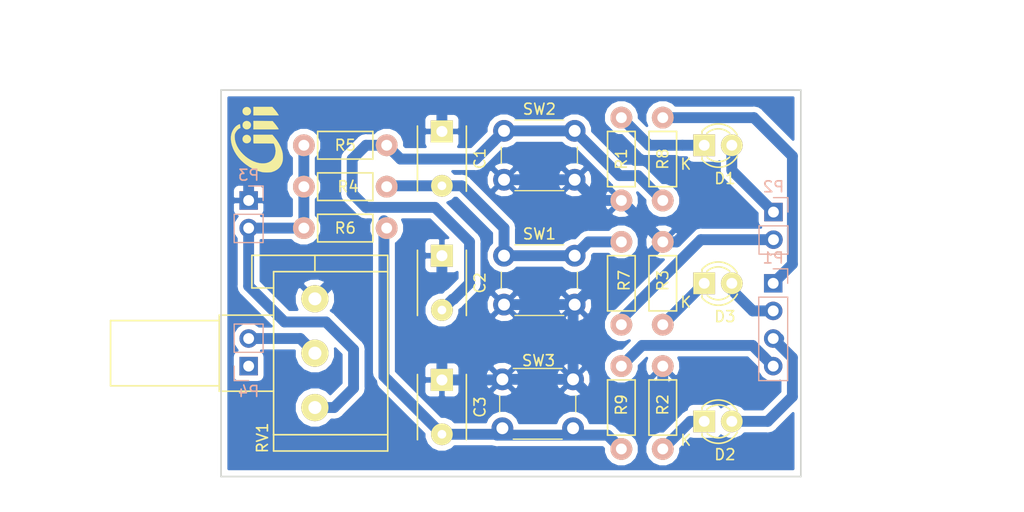
<source format=kicad_pcb>
(kicad_pcb (version 20171130) (host pcbnew "(5.0.0-rc3-dev-5-g0013e0cad)")

  (general
    (thickness 1.6)
    (drawings 9)
    (tracks 111)
    (zones 0)
    (modules 24)
    (nets 17)
  )

  (page A4)
  (layers
    (0 F.Cu signal)
    (31 B.Cu signal)
    (32 B.Adhes user)
    (33 F.Adhes user)
    (34 B.Paste user)
    (35 F.Paste user)
    (36 B.SilkS user)
    (37 F.SilkS user)
    (38 B.Mask user)
    (39 F.Mask user)
    (40 Dwgs.User user)
    (41 Cmts.User user)
    (42 Eco1.User user)
    (43 Eco2.User user)
    (44 Edge.Cuts user)
    (45 Margin user)
    (46 B.CrtYd user)
    (47 F.CrtYd user)
    (48 B.Fab user)
    (49 F.Fab user)
  )

  (setup
    (last_trace_width 1)
    (trace_clearance 0.2)
    (zone_clearance 0.508)
    (zone_45_only no)
    (trace_min 0.2)
    (segment_width 0.2)
    (edge_width 0.15)
    (via_size 0.6)
    (via_drill 0.4)
    (via_min_size 0.4)
    (via_min_drill 0.3)
    (uvia_size 0.3)
    (uvia_drill 0.1)
    (uvias_allowed no)
    (uvia_min_size 0)
    (uvia_min_drill 0)
    (pcb_text_width 0.3)
    (pcb_text_size 1.5 1.5)
    (mod_edge_width 0.15)
    (mod_text_size 1 1)
    (mod_text_width 0.15)
    (pad_size 2.032 2.032)
    (pad_drill 1.016)
    (pad_to_mask_clearance 0.2)
    (aux_axis_origin 0 0)
    (visible_elements 7FFFFFFF)
    (pcbplotparams
      (layerselection 0x00030_80000001)
      (usegerberextensions false)
      (usegerberattributes false)
      (usegerberadvancedattributes false)
      (creategerberjobfile false)
      (excludeedgelayer true)
      (linewidth 0.100000)
      (plotframeref false)
      (viasonmask false)
      (mode 1)
      (useauxorigin false)
      (hpglpennumber 1)
      (hpglpenspeed 20)
      (hpglpendiameter 15.000000)
      (psnegative false)
      (psa4output false)
      (plotreference true)
      (plotvalue true)
      (plotinvisibletext false)
      (padsonsilk false)
      (subtractmaskfromsilk false)
      (outputformat 1)
      (mirror false)
      (drillshape 1)
      (scaleselection 1)
      (outputdirectory ""))
  )

  (net 0 "")
  (net 1 "Net-(D1-Pad1)")
  (net 2 "Net-(D1-Pad2)")
  (net 3 "Net-(D2-Pad1)")
  (net 4 "Net-(D2-Pad2)")
  (net 5 "Net-(D3-Pad1)")
  (net 6 "Net-(D3-Pad2)")
  (net 7 "Net-(P1-Pad1)")
  (net 8 "Net-(P1-Pad4)")
  (net 9 "Net-(P2-Pad2)")
  (net 10 "Net-(P3-Pad2)")
  (net 11 "Net-(P4-Pad1)")
  (net 12 "Net-(P4-Pad2)")
  (net 13 "Net-(C1-Pad2)")
  (net 14 "Net-(C2-Pad2)")
  (net 15 "Net-(C3-Pad2)")
  (net 16 GND)

  (net_class Default "This is the default net class."
    (clearance 0.2)
    (trace_width 1)
    (via_dia 0.6)
    (via_drill 0.4)
    (uvia_dia 0.3)
    (uvia_drill 0.1)
    (add_net GND)
    (add_net "Net-(C1-Pad2)")
    (add_net "Net-(C2-Pad2)")
    (add_net "Net-(C3-Pad2)")
    (add_net "Net-(D1-Pad1)")
    (add_net "Net-(D1-Pad2)")
    (add_net "Net-(D2-Pad1)")
    (add_net "Net-(D2-Pad2)")
    (add_net "Net-(D3-Pad1)")
    (add_net "Net-(D3-Pad2)")
    (add_net "Net-(P1-Pad1)")
    (add_net "Net-(P1-Pad4)")
    (add_net "Net-(P2-Pad2)")
    (add_net "Net-(P3-Pad2)")
    (add_net "Net-(P4-Pad1)")
    (add_net "Net-(P4-Pad2)")
  )

  (module lib_fp:Potentiometer_Alps-RK16-single (layer F.Cu) (tedit 5B81C232) (tstamp 5B822D56)
    (at 128.016 107.95 180)
    (descr "Potentiometer, Alps, RK16, single, RevA, 30 July 2010,")
    (tags "Potentiometer, Alps, RK16, single, RevA, 30 July 2010,")
    (path /59AD9B10)
    (fp_text reference RV1 (at 4.826 -2.794 270) (layer F.SilkS)
      (effects (font (size 1 1) (thickness 0.15)))
    )
    (fp_text value 5K (at 4.826 0 270) (layer F.Fab)
      (effects (font (size 1 1) (thickness 0.15)))
    )
    (fp_line (start 0 14.00048) (end -6.70052 14.00048) (layer F.SilkS) (width 0.15))
    (fp_line (start -6.70052 14.00048) (end -6.70052 12.40028) (layer F.SilkS) (width 0.15))
    (fp_line (start 3.79984 -2.49936) (end 3.79984 -3.99796) (layer F.SilkS) (width 0.15))
    (fp_line (start 3.79984 -3.99796) (end -6.70052 -3.99796) (layer F.SilkS) (width 0.15))
    (fp_line (start -6.70052 -3.99796) (end -6.70052 -2.49936) (layer F.SilkS) (width 0.15))
    (fp_line (start 3.79984 11.00074) (end 5.79882 11.00074) (layer F.SilkS) (width 0.15))
    (fp_line (start 5.79882 11.00074) (end 5.79882 14.00048) (layer F.SilkS) (width 0.15))
    (fp_line (start 5.79882 14.00048) (end 0 14.00048) (layer F.SilkS) (width 0.15))
    (fp_line (start 0 14.00048) (end 0 12.50188) (layer F.SilkS) (width 0.15))
    (fp_line (start 8.8011 2.00152) (end 18.80108 2.00152) (layer F.SilkS) (width 0.15))
    (fp_line (start 18.80108 2.00152) (end 18.80108 8.001) (layer F.SilkS) (width 0.15))
    (fp_line (start 18.80108 8.001) (end 8.8011 8.001) (layer F.SilkS) (width 0.15))
    (fp_line (start 3.79984 1.50114) (end 8.8011 1.50114) (layer F.SilkS) (width 0.15))
    (fp_line (start 8.8011 1.50114) (end 8.8011 8.50138) (layer F.SilkS) (width 0.15))
    (fp_line (start 8.8011 8.50138) (end 3.79984 8.50138) (layer F.SilkS) (width 0.15))
    (fp_line (start 3.79984 -2.49936) (end -6.70052 -2.49936) (layer F.SilkS) (width 0.15))
    (fp_line (start -6.70052 -2.49936) (end -6.70052 12.50188) (layer F.SilkS) (width 0.15))
    (fp_line (start -6.70052 12.50188) (end 3.79984 12.50188) (layer F.SilkS) (width 0.15))
    (fp_line (start 3.79984 12.50188) (end 3.79984 -2.49936) (layer F.SilkS) (width 0.15))
    (pad 2 thru_hole circle (at 0 5.00126 180) (size 2.49936 2.49936) (drill 1.19888) (layers *.Cu *.Mask F.SilkS)
      (net 12 "Net-(P4-Pad2)"))
    (pad 3 thru_hole circle (at 0 10.00252 180) (size 2.49936 2.49936) (drill 1.19888) (layers *.Cu *.Mask F.SilkS)
      (net 16 GND))
    (pad 1 thru_hole circle (at 0 0 180) (size 2.49936 2.49936) (drill 1.19888) (layers *.Cu *.Mask F.SilkS)
      (net 10 "Net-(P3-Pad2)"))
    (model ${KIPRJMOD}/3d_models/Potentiometer/Rez10K.stp
      (offset (xyz -5 -5 13))
      (scale (xyz 1 1 1))
      (rotate (xyz -180 0 -90))
    )
  )

  (module lib_fp:Resistor_Horizontal_RM7mm (layer F.Cu) (tedit 5B81C66A) (tstamp 5B822DCA)
    (at 127 91.44)
    (descr "Resistor, Axial,  RM 7.62mm, 1/3W,")
    (tags "Resistor Axial RM 7.62mm 1/3W R3")
    (path /59AE2557)
    (fp_text reference R6 (at 3.81 0) (layer F.SilkS)
      (effects (font (size 1 1) (thickness 0.15)))
    )
    (fp_text value 10K (at 4.064 0) (layer F.Fab)
      (effects (font (size 1 1) (thickness 0.15)))
    )
    (fp_line (start -1.25 -1.5) (end 8.85 -1.5) (layer F.CrtYd) (width 0.05))
    (fp_line (start -1.25 1.5) (end -1.25 -1.5) (layer F.CrtYd) (width 0.05))
    (fp_line (start 8.85 -1.5) (end 8.85 1.5) (layer F.CrtYd) (width 0.05))
    (fp_line (start -1.25 1.5) (end 8.85 1.5) (layer F.CrtYd) (width 0.05))
    (fp_line (start 1.27 -1.27) (end 6.35 -1.27) (layer F.SilkS) (width 0.15))
    (fp_line (start 6.35 -1.27) (end 6.35 1.27) (layer F.SilkS) (width 0.15))
    (fp_line (start 6.35 1.27) (end 1.27 1.27) (layer F.SilkS) (width 0.15))
    (fp_line (start 1.27 1.27) (end 1.27 -1.27) (layer F.SilkS) (width 0.15))
    (pad 1 thru_hole circle (at 0 0) (size 1.99898 1.99898) (drill 1.00076) (layers *.Cu *.SilkS *.Mask)
      (net 10 "Net-(P3-Pad2)"))
    (pad 2 thru_hole circle (at 7.62 0) (size 1.99898 1.99898) (drill 1.00076) (layers *.Cu *.SilkS *.Mask)
      (net 15 "Net-(C3-Pad2)"))
    (model ${KIPRJMOD}/3d_models/Resistor/R_Axial_7mm.stp
      (offset (xyz 3.75 0 1.5))
      (scale (xyz 1 1 1))
      (rotate (xyz -90 0 -90))
    )
  )

  (module lib_fp:Resistor_Horizontal_RM7mm (layer F.Cu) (tedit 5B81C66A) (tstamp 5B822E00)
    (at 127 87.63)
    (descr "Resistor, Axial,  RM 7.62mm, 1/3W,")
    (tags "Resistor Axial RM 7.62mm 1/3W R3")
    (path /59AE2481)
    (fp_text reference R4 (at 4.064 0) (layer F.SilkS)
      (effects (font (size 1 1) (thickness 0.15)))
    )
    (fp_text value 10K (at 4.064 0) (layer F.Fab)
      (effects (font (size 1 1) (thickness 0.15)))
    )
    (fp_line (start -1.25 -1.5) (end 8.85 -1.5) (layer F.CrtYd) (width 0.05))
    (fp_line (start -1.25 1.5) (end -1.25 -1.5) (layer F.CrtYd) (width 0.05))
    (fp_line (start 8.85 -1.5) (end 8.85 1.5) (layer F.CrtYd) (width 0.05))
    (fp_line (start -1.25 1.5) (end 8.85 1.5) (layer F.CrtYd) (width 0.05))
    (fp_line (start 1.27 -1.27) (end 6.35 -1.27) (layer F.SilkS) (width 0.15))
    (fp_line (start 6.35 -1.27) (end 6.35 1.27) (layer F.SilkS) (width 0.15))
    (fp_line (start 6.35 1.27) (end 1.27 1.27) (layer F.SilkS) (width 0.15))
    (fp_line (start 1.27 1.27) (end 1.27 -1.27) (layer F.SilkS) (width 0.15))
    (pad 1 thru_hole circle (at 0 0) (size 1.99898 1.99898) (drill 1.00076) (layers *.Cu *.SilkS *.Mask)
      (net 10 "Net-(P3-Pad2)"))
    (pad 2 thru_hole circle (at 7.62 0) (size 1.99898 1.99898) (drill 1.00076) (layers *.Cu *.SilkS *.Mask)
      (net 13 "Net-(C1-Pad2)"))
    (model ${KIPRJMOD}/3d_models/Resistor/R_Axial_7mm.stp
      (offset (xyz 3.75 0 1.5))
      (scale (xyz 1 1 1))
      (rotate (xyz -90 0 -90))
    )
  )

  (module lib_fp:Resistor_Horizontal_RM7mm (layer F.Cu) (tedit 5B81C66A) (tstamp 5B822E39)
    (at 127 83.82)
    (descr "Resistor, Axial,  RM 7.62mm, 1/3W,")
    (tags "Resistor Axial RM 7.62mm 1/3W R3")
    (path /59AE2510)
    (fp_text reference R5 (at 3.81 0) (layer F.SilkS)
      (effects (font (size 1 1) (thickness 0.15)))
    )
    (fp_text value 10K (at 4.064 0) (layer F.Fab)
      (effects (font (size 1 1) (thickness 0.15)))
    )
    (fp_line (start -1.25 -1.5) (end 8.85 -1.5) (layer F.CrtYd) (width 0.05))
    (fp_line (start -1.25 1.5) (end -1.25 -1.5) (layer F.CrtYd) (width 0.05))
    (fp_line (start 8.85 -1.5) (end 8.85 1.5) (layer F.CrtYd) (width 0.05))
    (fp_line (start -1.25 1.5) (end 8.85 1.5) (layer F.CrtYd) (width 0.05))
    (fp_line (start 1.27 -1.27) (end 6.35 -1.27) (layer F.SilkS) (width 0.15))
    (fp_line (start 6.35 -1.27) (end 6.35 1.27) (layer F.SilkS) (width 0.15))
    (fp_line (start 6.35 1.27) (end 1.27 1.27) (layer F.SilkS) (width 0.15))
    (fp_line (start 1.27 1.27) (end 1.27 -1.27) (layer F.SilkS) (width 0.15))
    (pad 1 thru_hole circle (at 0 0) (size 1.99898 1.99898) (drill 1.00076) (layers *.Cu *.SilkS *.Mask)
      (net 10 "Net-(P3-Pad2)"))
    (pad 2 thru_hole circle (at 7.62 0) (size 1.99898 1.99898) (drill 1.00076) (layers *.Cu *.SilkS *.Mask)
      (net 14 "Net-(C2-Pad2)"))
    (model ${KIPRJMOD}/3d_models/Resistor/R_Axial_7mm.stp
      (offset (xyz 3.75 0 1.5))
      (scale (xyz 1 1 1))
      (rotate (xyz -90 0 -90))
    )
  )

  (module lib_fp:C_Disc_D6_P5 (layer F.Cu) (tedit 5B81C529) (tstamp 5B822ED1)
    (at 139.7 82.55 270)
    (descr "Capacitor 6mm Disc, Pitch 5mm")
    (tags Capacitor)
    (path /59AEF3CA)
    (fp_text reference C1 (at 2.5 -3.5 270) (layer F.SilkS)
      (effects (font (size 1 1) (thickness 0.15)))
    )
    (fp_text value 100n (at 2.032 3.048 270) (layer F.Fab)
      (effects (font (size 1 1) (thickness 0.15)))
    )
    (fp_line (start -0.95 -2.5) (end 5.95 -2.5) (layer F.CrtYd) (width 0.05))
    (fp_line (start 5.95 -2.5) (end 5.95 2.5) (layer F.CrtYd) (width 0.05))
    (fp_line (start 5.95 2.5) (end -0.95 2.5) (layer F.CrtYd) (width 0.05))
    (fp_line (start -0.95 2.5) (end -0.95 -2.5) (layer F.CrtYd) (width 0.05))
    (fp_line (start -0.5 -2.25) (end 5.5 -2.25) (layer F.SilkS) (width 0.15))
    (fp_line (start 5.5 2.25) (end -0.5 2.25) (layer F.SilkS) (width 0.15))
    (pad 1 thru_hole rect (at 0 0 270) (size 2.032 2.032) (drill 1.016) (layers *.Cu *.Mask F.SilkS)
      (net 16 GND))
    (pad 2 thru_hole circle (at 5 0 270) (size 2 2) (drill 0.8) (layers *.Cu *.Mask F.SilkS)
      (net 13 "Net-(C1-Pad2)"))
    (model ${KIPRJMOD}/3d_models/Capacitor/C_Disc_D3.0mm_W1.6mm_P2.50mm.step
      (at (xyz 0 0 0))
      (scale (xyz 1 1 1))
      (rotate (xyz 0 0 0))
    )
    (model ${KIPRJMOD}/3d_models/Capacitor/C_Disc_D6.0mm_W2.5mm_P5.00mm.step
      (at (xyz 0 0 0))
      (scale (xyz 1 1 1))
      (rotate (xyz 0 0 0))
    )
  )

  (module lib_fp:C_Disc_D6_P5 (layer F.Cu) (tedit 5B81C529) (tstamp 5B822F20)
    (at 139.7 93.98 270)
    (descr "Capacitor 6mm Disc, Pitch 5mm")
    (tags Capacitor)
    (path /59AEF4C0)
    (fp_text reference C2 (at 2.5 -3.5 270) (layer F.SilkS)
      (effects (font (size 1 1) (thickness 0.15)))
    )
    (fp_text value 100n (at 2.54 3.048 270) (layer F.Fab)
      (effects (font (size 1 1) (thickness 0.15)))
    )
    (fp_line (start -0.95 -2.5) (end 5.95 -2.5) (layer F.CrtYd) (width 0.05))
    (fp_line (start 5.95 -2.5) (end 5.95 2.5) (layer F.CrtYd) (width 0.05))
    (fp_line (start 5.95 2.5) (end -0.95 2.5) (layer F.CrtYd) (width 0.05))
    (fp_line (start -0.95 2.5) (end -0.95 -2.5) (layer F.CrtYd) (width 0.05))
    (fp_line (start -0.5 -2.25) (end 5.5 -2.25) (layer F.SilkS) (width 0.15))
    (fp_line (start 5.5 2.25) (end -0.5 2.25) (layer F.SilkS) (width 0.15))
    (pad 1 thru_hole rect (at 0 0 270) (size 2.032 2.032) (drill 1.016) (layers *.Cu *.Mask F.SilkS)
      (net 16 GND))
    (pad 2 thru_hole circle (at 5 0 270) (size 2 2) (drill 0.8) (layers *.Cu *.Mask F.SilkS)
      (net 14 "Net-(C2-Pad2)"))
    (model ${KIPRJMOD}/3d_models/Capacitor/C_Disc_D3.0mm_W1.6mm_P2.50mm.step
      (at (xyz 0 0 0))
      (scale (xyz 1 1 1))
      (rotate (xyz 0 0 0))
    )
    (model ${KIPRJMOD}/3d_models/Capacitor/C_Disc_D6.0mm_W2.5mm_P5.00mm.step
      (at (xyz 0 0 0))
      (scale (xyz 1 1 1))
      (rotate (xyz 0 0 0))
    )
  )

  (module lib_fp:C_Disc_D6_P5 (layer F.Cu) (tedit 5B81C529) (tstamp 5B822FD5)
    (at 139.7 105.41 270)
    (descr "Capacitor 6mm Disc, Pitch 5mm")
    (tags Capacitor)
    (path /59AEF55D)
    (fp_text reference C3 (at 2.5 -3.5 270) (layer F.SilkS)
      (effects (font (size 1 1) (thickness 0.15)))
    )
    (fp_text value 100n (at 2.54 3.048 270) (layer F.Fab)
      (effects (font (size 1 1) (thickness 0.15)))
    )
    (fp_line (start -0.95 -2.5) (end 5.95 -2.5) (layer F.CrtYd) (width 0.05))
    (fp_line (start 5.95 -2.5) (end 5.95 2.5) (layer F.CrtYd) (width 0.05))
    (fp_line (start 5.95 2.5) (end -0.95 2.5) (layer F.CrtYd) (width 0.05))
    (fp_line (start -0.95 2.5) (end -0.95 -2.5) (layer F.CrtYd) (width 0.05))
    (fp_line (start -0.5 -2.25) (end 5.5 -2.25) (layer F.SilkS) (width 0.15))
    (fp_line (start 5.5 2.25) (end -0.5 2.25) (layer F.SilkS) (width 0.15))
    (pad 1 thru_hole rect (at 0 0 270) (size 2.032 2.032) (drill 1.016) (layers *.Cu *.Mask F.SilkS)
      (net 16 GND))
    (pad 2 thru_hole circle (at 5 0 270) (size 2 2) (drill 0.8) (layers *.Cu *.Mask F.SilkS)
      (net 15 "Net-(C3-Pad2)"))
    (model ${KIPRJMOD}/3d_models/Capacitor/C_Disc_D3.0mm_W1.6mm_P2.50mm.step
      (at (xyz 0 0 0))
      (scale (xyz 1 1 1))
      (rotate (xyz 0 0 0))
    )
    (model ${KIPRJMOD}/3d_models/Capacitor/C_Disc_D6.0mm_W2.5mm_P5.00mm.step
      (at (xyz 0 0 0))
      (scale (xyz 1 1 1))
      (rotate (xyz 0 0 0))
    )
  )

  (module lib_fp:PinHeader_1x02_P2.54mm_Vertical (layer B.Cu) (tedit 59FED5CC) (tstamp 5B82309F)
    (at 121.92 88.9 180)
    (descr "Through hole straight pin header, 1x02, 2.54mm pitch, single row")
    (tags "Through hole pin header THT 1x02 2.54mm single row")
    (path /59AE2EB7)
    (fp_text reference P3 (at 0 2.33 180) (layer B.SilkS)
      (effects (font (size 1 1) (thickness 0.15)) (justify mirror))
    )
    (fp_text value CONN_01X02 (at -2.286 0 270) (layer B.Fab)
      (effects (font (size 1 1) (thickness 0.15)) (justify mirror))
    )
    (fp_line (start -0.635 1.27) (end 1.27 1.27) (layer B.Fab) (width 0.1))
    (fp_line (start 1.27 1.27) (end 1.27 -3.81) (layer B.Fab) (width 0.1))
    (fp_line (start 1.27 -3.81) (end -1.27 -3.81) (layer B.Fab) (width 0.1))
    (fp_line (start -1.27 -3.81) (end -1.27 0.635) (layer B.Fab) (width 0.1))
    (fp_line (start -1.27 0.635) (end -0.635 1.27) (layer B.Fab) (width 0.1))
    (fp_line (start -1.33 -3.87) (end 1.33 -3.87) (layer B.SilkS) (width 0.12))
    (fp_line (start -1.33 -1.27) (end -1.33 -3.87) (layer B.SilkS) (width 0.12))
    (fp_line (start 1.33 -1.27) (end 1.33 -3.87) (layer B.SilkS) (width 0.12))
    (fp_line (start -1.33 -1.27) (end 1.33 -1.27) (layer B.SilkS) (width 0.12))
    (fp_line (start -1.33 0) (end -1.33 1.33) (layer B.SilkS) (width 0.12))
    (fp_line (start -1.33 1.33) (end 0 1.33) (layer B.SilkS) (width 0.12))
    (fp_line (start -1.8 1.8) (end -1.8 -4.35) (layer B.CrtYd) (width 0.05))
    (fp_line (start -1.8 -4.35) (end 1.8 -4.35) (layer B.CrtYd) (width 0.05))
    (fp_line (start 1.8 -4.35) (end 1.8 1.8) (layer B.CrtYd) (width 0.05))
    (fp_line (start 1.8 1.8) (end -1.8 1.8) (layer B.CrtYd) (width 0.05))
    (fp_text user %R (at 0 -1.27 90) (layer B.Fab)
      (effects (font (size 1 1) (thickness 0.15)) (justify mirror))
    )
    (pad 1 thru_hole rect (at 0 0 180) (size 1.7 1.7) (drill 1) (layers *.Cu *.Mask)
      (net 16 GND))
    (pad 2 thru_hole oval (at 0 -2.54 180) (size 1.7 1.7) (drill 1) (layers *.Cu *.Mask)
      (net 10 "Net-(P3-Pad2)"))
    (model ${KISYS3DMOD}/Connector_PinHeader_2.54mm.3dshapes/PinHeader_1x02_P2.54mm_Vertical.wrl
      (at (xyz 0 0 0))
      (scale (xyz 1 1 1))
      (rotate (xyz 0 0 0))
    )
  )

  (module lib_fp:PinHeader_1x02_P2.54mm_Vertical (layer B.Cu) (tedit 59FED5CC) (tstamp 5B823287)
    (at 121.92 104.14)
    (descr "Through hole straight pin header, 1x02, 2.54mm pitch, single row")
    (tags "Through hole pin header THT 1x02 2.54mm single row")
    (path /59AE2E7E)
    (fp_text reference P4 (at 0 2.33) (layer B.SilkS)
      (effects (font (size 1 1) (thickness 0.15)) (justify mirror))
    )
    (fp_text value CONN_01X02 (at 2.54 -1.27 90) (layer B.Fab)
      (effects (font (size 1 1) (thickness 0.15)) (justify mirror))
    )
    (fp_line (start -0.635 1.27) (end 1.27 1.27) (layer B.Fab) (width 0.1))
    (fp_line (start 1.27 1.27) (end 1.27 -3.81) (layer B.Fab) (width 0.1))
    (fp_line (start 1.27 -3.81) (end -1.27 -3.81) (layer B.Fab) (width 0.1))
    (fp_line (start -1.27 -3.81) (end -1.27 0.635) (layer B.Fab) (width 0.1))
    (fp_line (start -1.27 0.635) (end -0.635 1.27) (layer B.Fab) (width 0.1))
    (fp_line (start -1.33 -3.87) (end 1.33 -3.87) (layer B.SilkS) (width 0.12))
    (fp_line (start -1.33 -1.27) (end -1.33 -3.87) (layer B.SilkS) (width 0.12))
    (fp_line (start 1.33 -1.27) (end 1.33 -3.87) (layer B.SilkS) (width 0.12))
    (fp_line (start -1.33 -1.27) (end 1.33 -1.27) (layer B.SilkS) (width 0.12))
    (fp_line (start -1.33 0) (end -1.33 1.33) (layer B.SilkS) (width 0.12))
    (fp_line (start -1.33 1.33) (end 0 1.33) (layer B.SilkS) (width 0.12))
    (fp_line (start -1.8 1.8) (end -1.8 -4.35) (layer B.CrtYd) (width 0.05))
    (fp_line (start -1.8 -4.35) (end 1.8 -4.35) (layer B.CrtYd) (width 0.05))
    (fp_line (start 1.8 -4.35) (end 1.8 1.8) (layer B.CrtYd) (width 0.05))
    (fp_line (start 1.8 1.8) (end -1.8 1.8) (layer B.CrtYd) (width 0.05))
    (fp_text user %R (at 0 -1.27 -90) (layer B.Fab)
      (effects (font (size 1 1) (thickness 0.15)) (justify mirror))
    )
    (pad 1 thru_hole rect (at 0 0) (size 1.7 1.7) (drill 1) (layers *.Cu *.Mask)
      (net 11 "Net-(P4-Pad1)"))
    (pad 2 thru_hole oval (at 0 -2.54) (size 1.7 1.7) (drill 1) (layers *.Cu *.Mask)
      (net 12 "Net-(P4-Pad2)"))
    (model ${KISYS3DMOD}/Connector_PinHeader_2.54mm.3dshapes/PinHeader_1x02_P2.54mm_Vertical.wrl
      (at (xyz 0 0 0))
      (scale (xyz 1 1 1))
      (rotate (xyz 0 0 0))
    )
  )

  (module lib_fp:SW_PUSH_6mm (layer F.Cu) (tedit 5A02FE31) (tstamp 5B82361F)
    (at 151.765 109.855 180)
    (descr https://www.omron.com/ecb/products/pdf/en-b3f.pdf)
    (tags "tact sw push 6mm")
    (path /59AE242A)
    (fp_text reference SW3 (at 3.175 6.223 180) (layer F.SilkS)
      (effects (font (size 1 1) (thickness 0.15)))
    )
    (fp_text value derecho (at 3.75 6.7 180) (layer F.Fab)
      (effects (font (size 1 1) (thickness 0.15)))
    )
    (fp_text user %R (at 3.25 2.25 180) (layer F.Fab)
      (effects (font (size 1 1) (thickness 0.15)))
    )
    (fp_line (start 3.25 -0.75) (end 6.25 -0.75) (layer F.Fab) (width 0.1))
    (fp_line (start 6.25 -0.75) (end 6.25 5.25) (layer F.Fab) (width 0.1))
    (fp_line (start 6.25 5.25) (end 0.25 5.25) (layer F.Fab) (width 0.1))
    (fp_line (start 0.25 5.25) (end 0.25 -0.75) (layer F.Fab) (width 0.1))
    (fp_line (start 0.25 -0.75) (end 3.25 -0.75) (layer F.Fab) (width 0.1))
    (fp_line (start 7.75 6) (end 8 6) (layer F.CrtYd) (width 0.05))
    (fp_line (start 8 6) (end 8 5.75) (layer F.CrtYd) (width 0.05))
    (fp_line (start 7.75 -1.5) (end 8 -1.5) (layer F.CrtYd) (width 0.05))
    (fp_line (start 8 -1.5) (end 8 -1.25) (layer F.CrtYd) (width 0.05))
    (fp_line (start -1.5 -1.25) (end -1.5 -1.5) (layer F.CrtYd) (width 0.05))
    (fp_line (start -1.5 -1.5) (end -1.25 -1.5) (layer F.CrtYd) (width 0.05))
    (fp_line (start -1.5 5.75) (end -1.5 6) (layer F.CrtYd) (width 0.05))
    (fp_line (start -1.5 6) (end -1.25 6) (layer F.CrtYd) (width 0.05))
    (fp_line (start -1.25 -1.5) (end 7.75 -1.5) (layer F.CrtYd) (width 0.05))
    (fp_line (start -1.5 5.75) (end -1.5 -1.25) (layer F.CrtYd) (width 0.05))
    (fp_line (start 7.75 6) (end -1.25 6) (layer F.CrtYd) (width 0.05))
    (fp_line (start 8 -1.25) (end 8 5.75) (layer F.CrtYd) (width 0.05))
    (fp_line (start 1 5.5) (end 5.5 5.5) (layer F.SilkS) (width 0.12))
    (fp_line (start -0.25 1.5) (end -0.25 3) (layer F.SilkS) (width 0.12))
    (fp_line (start 5.5 -1) (end 1 -1) (layer F.SilkS) (width 0.12))
    (fp_line (start 6.75 3) (end 6.75 1.5) (layer F.SilkS) (width 0.12))
    (fp_circle (center 3.25 2.25) (end 1.25 2.5) (layer F.Fab) (width 0.1))
    (pad 2 thru_hole circle (at 0 4.5 270) (size 2 2) (drill 1.1) (layers *.Cu *.Mask)
      (net 16 GND))
    (pad 1 thru_hole circle (at 0 0 270) (size 2 2) (drill 1.1) (layers *.Cu *.Mask)
      (net 15 "Net-(C3-Pad2)"))
    (pad 2 thru_hole circle (at 6.5 4.5 270) (size 2 2) (drill 1.1) (layers *.Cu *.Mask)
      (net 16 GND))
    (pad 1 thru_hole circle (at 6.5 0 270) (size 2 2) (drill 1.1) (layers *.Cu *.Mask)
      (net 15 "Net-(C3-Pad2)"))
    (model ${KISYS3DMOD}/Button_Switch_THT.3dshapes/SW_PUSH_6mm.wrl
      (at (xyz 0 0 0))
      (scale (xyz 1 1 1))
      (rotate (xyz 0 0 0))
    )
  )

  (module lib_fp:SW_PUSH_6mm (layer F.Cu) (tedit 5A02FE31) (tstamp 5B8236D7)
    (at 145.415 93.98)
    (descr https://www.omron.com/ecb/products/pdf/en-b3f.pdf)
    (tags "tact sw push 6mm")
    (path /59AE2368)
    (fp_text reference SW1 (at 3.25 -2) (layer F.SilkS)
      (effects (font (size 1 1) (thickness 0.15)))
    )
    (fp_text value izquierdo (at 3.75 6.7) (layer F.Fab)
      (effects (font (size 1 1) (thickness 0.15)))
    )
    (fp_text user %R (at 3.25 2.25) (layer F.Fab)
      (effects (font (size 1 1) (thickness 0.15)))
    )
    (fp_line (start 3.25 -0.75) (end 6.25 -0.75) (layer F.Fab) (width 0.1))
    (fp_line (start 6.25 -0.75) (end 6.25 5.25) (layer F.Fab) (width 0.1))
    (fp_line (start 6.25 5.25) (end 0.25 5.25) (layer F.Fab) (width 0.1))
    (fp_line (start 0.25 5.25) (end 0.25 -0.75) (layer F.Fab) (width 0.1))
    (fp_line (start 0.25 -0.75) (end 3.25 -0.75) (layer F.Fab) (width 0.1))
    (fp_line (start 7.75 6) (end 8 6) (layer F.CrtYd) (width 0.05))
    (fp_line (start 8 6) (end 8 5.75) (layer F.CrtYd) (width 0.05))
    (fp_line (start 7.75 -1.5) (end 8 -1.5) (layer F.CrtYd) (width 0.05))
    (fp_line (start 8 -1.5) (end 8 -1.25) (layer F.CrtYd) (width 0.05))
    (fp_line (start -1.5 -1.25) (end -1.5 -1.5) (layer F.CrtYd) (width 0.05))
    (fp_line (start -1.5 -1.5) (end -1.25 -1.5) (layer F.CrtYd) (width 0.05))
    (fp_line (start -1.5 5.75) (end -1.5 6) (layer F.CrtYd) (width 0.05))
    (fp_line (start -1.5 6) (end -1.25 6) (layer F.CrtYd) (width 0.05))
    (fp_line (start -1.25 -1.5) (end 7.75 -1.5) (layer F.CrtYd) (width 0.05))
    (fp_line (start -1.5 5.75) (end -1.5 -1.25) (layer F.CrtYd) (width 0.05))
    (fp_line (start 7.75 6) (end -1.25 6) (layer F.CrtYd) (width 0.05))
    (fp_line (start 8 -1.25) (end 8 5.75) (layer F.CrtYd) (width 0.05))
    (fp_line (start 1 5.5) (end 5.5 5.5) (layer F.SilkS) (width 0.12))
    (fp_line (start -0.25 1.5) (end -0.25 3) (layer F.SilkS) (width 0.12))
    (fp_line (start 5.5 -1) (end 1 -1) (layer F.SilkS) (width 0.12))
    (fp_line (start 6.75 3) (end 6.75 1.5) (layer F.SilkS) (width 0.12))
    (fp_circle (center 3.25 2.25) (end 1.25 2.5) (layer F.Fab) (width 0.1))
    (pad 2 thru_hole circle (at 0 4.5 90) (size 2 2) (drill 1.1) (layers *.Cu *.Mask)
      (net 16 GND))
    (pad 1 thru_hole circle (at 0 0 90) (size 2 2) (drill 1.1) (layers *.Cu *.Mask)
      (net 13 "Net-(C1-Pad2)"))
    (pad 2 thru_hole circle (at 6.5 4.5 90) (size 2 2) (drill 1.1) (layers *.Cu *.Mask)
      (net 16 GND))
    (pad 1 thru_hole circle (at 6.5 0 90) (size 2 2) (drill 1.1) (layers *.Cu *.Mask)
      (net 13 "Net-(C1-Pad2)"))
    (model ${KISYS3DMOD}/Button_Switch_THT.3dshapes/SW_PUSH_6mm.wrl
      (at (xyz 0 0 0))
      (scale (xyz 1 1 1))
      (rotate (xyz 0 0 0))
    )
  )

  (module lib_fp:SW_PUSH_6mm (layer F.Cu) (tedit 5A02FE31) (tstamp 5B823753)
    (at 145.415 82.495)
    (descr https://www.omron.com/ecb/products/pdf/en-b3f.pdf)
    (tags "tact sw push 6mm")
    (path /59AE23E7)
    (fp_text reference SW2 (at 3.25 -2) (layer F.SilkS)
      (effects (font (size 1 1) (thickness 0.15)))
    )
    (fp_text value centro (at 3.75 6.7) (layer F.Fab)
      (effects (font (size 1 1) (thickness 0.15)))
    )
    (fp_text user %R (at 3.25 2.25) (layer F.Fab)
      (effects (font (size 1 1) (thickness 0.15)))
    )
    (fp_line (start 3.25 -0.75) (end 6.25 -0.75) (layer F.Fab) (width 0.1))
    (fp_line (start 6.25 -0.75) (end 6.25 5.25) (layer F.Fab) (width 0.1))
    (fp_line (start 6.25 5.25) (end 0.25 5.25) (layer F.Fab) (width 0.1))
    (fp_line (start 0.25 5.25) (end 0.25 -0.75) (layer F.Fab) (width 0.1))
    (fp_line (start 0.25 -0.75) (end 3.25 -0.75) (layer F.Fab) (width 0.1))
    (fp_line (start 7.75 6) (end 8 6) (layer F.CrtYd) (width 0.05))
    (fp_line (start 8 6) (end 8 5.75) (layer F.CrtYd) (width 0.05))
    (fp_line (start 7.75 -1.5) (end 8 -1.5) (layer F.CrtYd) (width 0.05))
    (fp_line (start 8 -1.5) (end 8 -1.25) (layer F.CrtYd) (width 0.05))
    (fp_line (start -1.5 -1.25) (end -1.5 -1.5) (layer F.CrtYd) (width 0.05))
    (fp_line (start -1.5 -1.5) (end -1.25 -1.5) (layer F.CrtYd) (width 0.05))
    (fp_line (start -1.5 5.75) (end -1.5 6) (layer F.CrtYd) (width 0.05))
    (fp_line (start -1.5 6) (end -1.25 6) (layer F.CrtYd) (width 0.05))
    (fp_line (start -1.25 -1.5) (end 7.75 -1.5) (layer F.CrtYd) (width 0.05))
    (fp_line (start -1.5 5.75) (end -1.5 -1.25) (layer F.CrtYd) (width 0.05))
    (fp_line (start 7.75 6) (end -1.25 6) (layer F.CrtYd) (width 0.05))
    (fp_line (start 8 -1.25) (end 8 5.75) (layer F.CrtYd) (width 0.05))
    (fp_line (start 1 5.5) (end 5.5 5.5) (layer F.SilkS) (width 0.12))
    (fp_line (start -0.25 1.5) (end -0.25 3) (layer F.SilkS) (width 0.12))
    (fp_line (start 5.5 -1) (end 1 -1) (layer F.SilkS) (width 0.12))
    (fp_line (start 6.75 3) (end 6.75 1.5) (layer F.SilkS) (width 0.12))
    (fp_circle (center 3.25 2.25) (end 1.25 2.5) (layer F.Fab) (width 0.1))
    (pad 2 thru_hole circle (at 0 4.5 90) (size 2 2) (drill 1.1) (layers *.Cu *.Mask)
      (net 16 GND))
    (pad 1 thru_hole circle (at 0 0 90) (size 2 2) (drill 1.1) (layers *.Cu *.Mask)
      (net 14 "Net-(C2-Pad2)"))
    (pad 2 thru_hole circle (at 6.5 4.5 90) (size 2 2) (drill 1.1) (layers *.Cu *.Mask)
      (net 16 GND))
    (pad 1 thru_hole circle (at 6.5 0 90) (size 2 2) (drill 1.1) (layers *.Cu *.Mask)
      (net 14 "Net-(C2-Pad2)"))
    (model ${KISYS3DMOD}/Button_Switch_THT.3dshapes/SW_PUSH_6mm.wrl
      (at (xyz 0 0 0))
      (scale (xyz 1 1 1))
      (rotate (xyz 0 0 0))
    )
  )

  (module lib_fp:Resistor_Horizontal_RM7mm (layer F.Cu) (tedit 5B81C66A) (tstamp 5B823871)
    (at 156.21 88.9 90)
    (descr "Resistor, Axial,  RM 7.62mm, 1/3W,")
    (tags "Resistor Axial RM 7.62mm 1/3W R3")
    (path /59AD9984)
    (fp_text reference R1 (at 3.81 0 90) (layer F.SilkS)
      (effects (font (size 1 1) (thickness 0.15)))
    )
    (fp_text value 1K (at 3.81 0 90) (layer F.Fab)
      (effects (font (size 1 1) (thickness 0.15)))
    )
    (fp_line (start -1.25 -1.5) (end 8.85 -1.5) (layer F.CrtYd) (width 0.05))
    (fp_line (start -1.25 1.5) (end -1.25 -1.5) (layer F.CrtYd) (width 0.05))
    (fp_line (start 8.85 -1.5) (end 8.85 1.5) (layer F.CrtYd) (width 0.05))
    (fp_line (start -1.25 1.5) (end 8.85 1.5) (layer F.CrtYd) (width 0.05))
    (fp_line (start 1.27 -1.27) (end 6.35 -1.27) (layer F.SilkS) (width 0.15))
    (fp_line (start 6.35 -1.27) (end 6.35 1.27) (layer F.SilkS) (width 0.15))
    (fp_line (start 6.35 1.27) (end 1.27 1.27) (layer F.SilkS) (width 0.15))
    (fp_line (start 1.27 1.27) (end 1.27 -1.27) (layer F.SilkS) (width 0.15))
    (pad 1 thru_hole circle (at 0 0 90) (size 1.99898 1.99898) (drill 1.00076) (layers *.Cu *.SilkS *.Mask)
      (net 16 GND))
    (pad 2 thru_hole circle (at 7.62 0 90) (size 1.99898 1.99898) (drill 1.00076) (layers *.Cu *.SilkS *.Mask)
      (net 1 "Net-(D1-Pad1)"))
    (model ${KIPRJMOD}/3d_models/Resistor/R_Axial_7mm.stp
      (offset (xyz 3.75 0 1.5))
      (scale (xyz 1 1 1))
      (rotate (xyz -90 0 -90))
    )
  )

  (module lib_fp:Resistor_Horizontal_RM7mm (layer F.Cu) (tedit 5B81C66A) (tstamp 5B81DF08)
    (at 160.02 88.9 90)
    (descr "Resistor, Axial,  RM 7.62mm, 1/3W,")
    (tags "Resistor Axial RM 7.62mm 1/3W R3")
    (path /59AEF2AF)
    (fp_text reference R8 (at 3.81 0 90) (layer F.SilkS)
      (effects (font (size 1 1) (thickness 0.15)))
    )
    (fp_text value 1K (at 3.81 0 90) (layer F.Fab)
      (effects (font (size 1 1) (thickness 0.15)))
    )
    (fp_line (start -1.25 -1.5) (end 8.85 -1.5) (layer F.CrtYd) (width 0.05))
    (fp_line (start -1.25 1.5) (end -1.25 -1.5) (layer F.CrtYd) (width 0.05))
    (fp_line (start 8.85 -1.5) (end 8.85 1.5) (layer F.CrtYd) (width 0.05))
    (fp_line (start -1.25 1.5) (end 8.85 1.5) (layer F.CrtYd) (width 0.05))
    (fp_line (start 1.27 -1.27) (end 6.35 -1.27) (layer F.SilkS) (width 0.15))
    (fp_line (start 6.35 -1.27) (end 6.35 1.27) (layer F.SilkS) (width 0.15))
    (fp_line (start 6.35 1.27) (end 1.27 1.27) (layer F.SilkS) (width 0.15))
    (fp_line (start 1.27 1.27) (end 1.27 -1.27) (layer F.SilkS) (width 0.15))
    (pad 1 thru_hole circle (at 0 0 90) (size 1.99898 1.99898) (drill 1.00076) (layers *.Cu *.SilkS *.Mask)
      (net 14 "Net-(C2-Pad2)"))
    (pad 2 thru_hole circle (at 7.62 0 90) (size 1.99898 1.99898) (drill 1.00076) (layers *.Cu *.SilkS *.Mask)
      (net 7 "Net-(P1-Pad1)"))
    (model ${KIPRJMOD}/3d_models/Resistor/R_Axial_7mm.stp
      (offset (xyz 3.75 0 1.5))
      (scale (xyz 1 1 1))
      (rotate (xyz -90 0 -90))
    )
  )

  (module lib_fp:Resistor_Horizontal_RM7mm (layer F.Cu) (tedit 5B81C66A) (tstamp 5B82392D)
    (at 156.21 92.71 270)
    (descr "Resistor, Axial,  RM 7.62mm, 1/3W,")
    (tags "Resistor Axial RM 7.62mm 1/3W R3")
    (path /59AEF1AC)
    (fp_text reference R7 (at 3.556 -0.254 270) (layer F.SilkS)
      (effects (font (size 1 1) (thickness 0.15)))
    )
    (fp_text value 1K (at 3.556 0 270) (layer F.Fab)
      (effects (font (size 1 1) (thickness 0.15)))
    )
    (fp_line (start -1.25 -1.5) (end 8.85 -1.5) (layer F.CrtYd) (width 0.05))
    (fp_line (start -1.25 1.5) (end -1.25 -1.5) (layer F.CrtYd) (width 0.05))
    (fp_line (start 8.85 -1.5) (end 8.85 1.5) (layer F.CrtYd) (width 0.05))
    (fp_line (start -1.25 1.5) (end 8.85 1.5) (layer F.CrtYd) (width 0.05))
    (fp_line (start 1.27 -1.27) (end 6.35 -1.27) (layer F.SilkS) (width 0.15))
    (fp_line (start 6.35 -1.27) (end 6.35 1.27) (layer F.SilkS) (width 0.15))
    (fp_line (start 6.35 1.27) (end 1.27 1.27) (layer F.SilkS) (width 0.15))
    (fp_line (start 1.27 1.27) (end 1.27 -1.27) (layer F.SilkS) (width 0.15))
    (pad 1 thru_hole circle (at 0 0 270) (size 1.99898 1.99898) (drill 1.00076) (layers *.Cu *.SilkS *.Mask)
      (net 13 "Net-(C1-Pad2)"))
    (pad 2 thru_hole circle (at 7.62 0 270) (size 1.99898 1.99898) (drill 1.00076) (layers *.Cu *.SilkS *.Mask)
      (net 9 "Net-(P2-Pad2)"))
    (model ${KIPRJMOD}/3d_models/Resistor/R_Axial_7mm.stp
      (offset (xyz 3.75 0 1.5))
      (scale (xyz 1 1 1))
      (rotate (xyz -90 0 -90))
    )
  )

  (module lib_fp:Resistor_Horizontal_RM7mm (layer F.Cu) (tedit 5B81C66A) (tstamp 5B82398A)
    (at 160.02 92.71 270)
    (descr "Resistor, Axial,  RM 7.62mm, 1/3W,")
    (tags "Resistor Axial RM 7.62mm 1/3W R3")
    (path /59AD9A5A)
    (fp_text reference R3 (at 3.556 0 270) (layer F.SilkS)
      (effects (font (size 1 1) (thickness 0.15)))
    )
    (fp_text value 1K (at 3.556 0 270) (layer F.Fab)
      (effects (font (size 1 1) (thickness 0.15)))
    )
    (fp_line (start -1.25 -1.5) (end 8.85 -1.5) (layer F.CrtYd) (width 0.05))
    (fp_line (start -1.25 1.5) (end -1.25 -1.5) (layer F.CrtYd) (width 0.05))
    (fp_line (start 8.85 -1.5) (end 8.85 1.5) (layer F.CrtYd) (width 0.05))
    (fp_line (start -1.25 1.5) (end 8.85 1.5) (layer F.CrtYd) (width 0.05))
    (fp_line (start 1.27 -1.27) (end 6.35 -1.27) (layer F.SilkS) (width 0.15))
    (fp_line (start 6.35 -1.27) (end 6.35 1.27) (layer F.SilkS) (width 0.15))
    (fp_line (start 6.35 1.27) (end 1.27 1.27) (layer F.SilkS) (width 0.15))
    (fp_line (start 1.27 1.27) (end 1.27 -1.27) (layer F.SilkS) (width 0.15))
    (pad 1 thru_hole circle (at 0 0 270) (size 1.99898 1.99898) (drill 1.00076) (layers *.Cu *.SilkS *.Mask)
      (net 16 GND))
    (pad 2 thru_hole circle (at 7.62 0 270) (size 1.99898 1.99898) (drill 1.00076) (layers *.Cu *.SilkS *.Mask)
      (net 5 "Net-(D3-Pad1)"))
    (model ${KIPRJMOD}/3d_models/Resistor/R_Axial_7mm.stp
      (offset (xyz 3.75 0 1.5))
      (scale (xyz 1 1 1))
      (rotate (xyz -90 0 -90))
    )
  )

  (module lib_fp:Resistor_Horizontal_RM7mm (layer F.Cu) (tedit 5B81C66A) (tstamp 5B823A4A)
    (at 156.21 111.76 90)
    (descr "Resistor, Axial,  RM 7.62mm, 1/3W,")
    (tags "Resistor Axial RM 7.62mm 1/3W R3")
    (path /59AEF313)
    (fp_text reference R9 (at 4.05892 0 90) (layer F.SilkS)
      (effects (font (size 1 1) (thickness 0.15)))
    )
    (fp_text value 1K (at 3.81 3.81 90) (layer F.Fab)
      (effects (font (size 1 1) (thickness 0.15)))
    )
    (fp_line (start -1.25 -1.5) (end 8.85 -1.5) (layer F.CrtYd) (width 0.05))
    (fp_line (start -1.25 1.5) (end -1.25 -1.5) (layer F.CrtYd) (width 0.05))
    (fp_line (start 8.85 -1.5) (end 8.85 1.5) (layer F.CrtYd) (width 0.05))
    (fp_line (start -1.25 1.5) (end 8.85 1.5) (layer F.CrtYd) (width 0.05))
    (fp_line (start 1.27 -1.27) (end 6.35 -1.27) (layer F.SilkS) (width 0.15))
    (fp_line (start 6.35 -1.27) (end 6.35 1.27) (layer F.SilkS) (width 0.15))
    (fp_line (start 6.35 1.27) (end 1.27 1.27) (layer F.SilkS) (width 0.15))
    (fp_line (start 1.27 1.27) (end 1.27 -1.27) (layer F.SilkS) (width 0.15))
    (pad 1 thru_hole circle (at 0 0 90) (size 1.99898 1.99898) (drill 1.00076) (layers *.Cu *.SilkS *.Mask)
      (net 15 "Net-(C3-Pad2)"))
    (pad 2 thru_hole circle (at 7.62 0 90) (size 1.99898 1.99898) (drill 1.00076) (layers *.Cu *.SilkS *.Mask)
      (net 8 "Net-(P1-Pad4)"))
    (model ${KIPRJMOD}/3d_models/Resistor/R_Axial_7mm.stp
      (offset (xyz 3.75 0 1.5))
      (scale (xyz 1 1 1))
      (rotate (xyz -90 0 -90))
    )
  )

  (module lib_fp:Resistor_Horizontal_RM7mm (layer F.Cu) (tedit 5B81C66A) (tstamp 5B823AC2)
    (at 160.02 104.14 270)
    (descr "Resistor, Axial,  RM 7.62mm, 1/3W,")
    (tags "Resistor Axial RM 7.62mm 1/3W R3")
    (path /59AD9A1F)
    (fp_text reference R2 (at 3.556 0 270) (layer F.SilkS)
      (effects (font (size 1 1) (thickness 0.15)))
    )
    (fp_text value 1K (at 3.81 3.81 270) (layer F.Fab)
      (effects (font (size 1 1) (thickness 0.15)))
    )
    (fp_line (start -1.25 -1.5) (end 8.85 -1.5) (layer F.CrtYd) (width 0.05))
    (fp_line (start -1.25 1.5) (end -1.25 -1.5) (layer F.CrtYd) (width 0.05))
    (fp_line (start 8.85 -1.5) (end 8.85 1.5) (layer F.CrtYd) (width 0.05))
    (fp_line (start -1.25 1.5) (end 8.85 1.5) (layer F.CrtYd) (width 0.05))
    (fp_line (start 1.27 -1.27) (end 6.35 -1.27) (layer F.SilkS) (width 0.15))
    (fp_line (start 6.35 -1.27) (end 6.35 1.27) (layer F.SilkS) (width 0.15))
    (fp_line (start 6.35 1.27) (end 1.27 1.27) (layer F.SilkS) (width 0.15))
    (fp_line (start 1.27 1.27) (end 1.27 -1.27) (layer F.SilkS) (width 0.15))
    (pad 1 thru_hole circle (at 0 0 270) (size 1.99898 1.99898) (drill 1.00076) (layers *.Cu *.SilkS *.Mask)
      (net 16 GND))
    (pad 2 thru_hole circle (at 7.62 0 270) (size 1.99898 1.99898) (drill 1.00076) (layers *.Cu *.SilkS *.Mask)
      (net 3 "Net-(D2-Pad1)"))
    (model ${KIPRJMOD}/3d_models/Resistor/R_Axial_7mm.stp
      (offset (xyz 3.75 0 1.5))
      (scale (xyz 1 1 1))
      (rotate (xyz -90 0 -90))
    )
  )

  (module lib_fp:PinHeader_1x02_P2.54mm_Vertical (layer B.Cu) (tedit 59FED5CC) (tstamp 5B823B30)
    (at 170.2054 89.9668 180)
    (descr "Through hole straight pin header, 1x02, 2.54mm pitch, single row")
    (tags "Through hole pin header THT 1x02 2.54mm single row")
    (path /59AE2DEF)
    (fp_text reference P2 (at 0 2.33 180) (layer B.SilkS)
      (effects (font (size 1 1) (thickness 0.15)) (justify mirror))
    )
    (fp_text value CONN_01X02 (at 2.8194 0.0508 270) (layer B.Fab)
      (effects (font (size 1 1) (thickness 0.15)) (justify mirror))
    )
    (fp_line (start -0.635 1.27) (end 1.27 1.27) (layer B.Fab) (width 0.1))
    (fp_line (start 1.27 1.27) (end 1.27 -3.81) (layer B.Fab) (width 0.1))
    (fp_line (start 1.27 -3.81) (end -1.27 -3.81) (layer B.Fab) (width 0.1))
    (fp_line (start -1.27 -3.81) (end -1.27 0.635) (layer B.Fab) (width 0.1))
    (fp_line (start -1.27 0.635) (end -0.635 1.27) (layer B.Fab) (width 0.1))
    (fp_line (start -1.33 -3.87) (end 1.33 -3.87) (layer B.SilkS) (width 0.12))
    (fp_line (start -1.33 -1.27) (end -1.33 -3.87) (layer B.SilkS) (width 0.12))
    (fp_line (start 1.33 -1.27) (end 1.33 -3.87) (layer B.SilkS) (width 0.12))
    (fp_line (start -1.33 -1.27) (end 1.33 -1.27) (layer B.SilkS) (width 0.12))
    (fp_line (start -1.33 0) (end -1.33 1.33) (layer B.SilkS) (width 0.12))
    (fp_line (start -1.33 1.33) (end 0 1.33) (layer B.SilkS) (width 0.12))
    (fp_line (start -1.8 1.8) (end -1.8 -4.35) (layer B.CrtYd) (width 0.05))
    (fp_line (start -1.8 -4.35) (end 1.8 -4.35) (layer B.CrtYd) (width 0.05))
    (fp_line (start 1.8 -4.35) (end 1.8 1.8) (layer B.CrtYd) (width 0.05))
    (fp_line (start 1.8 1.8) (end -1.8 1.8) (layer B.CrtYd) (width 0.05))
    (fp_text user %R (at 0 -1.27 90) (layer B.Fab)
      (effects (font (size 1 1) (thickness 0.15)) (justify mirror))
    )
    (pad 1 thru_hole rect (at 0 0 180) (size 1.7 1.7) (drill 1) (layers *.Cu *.Mask)
      (net 2 "Net-(D1-Pad2)"))
    (pad 2 thru_hole oval (at 0 -2.54 180) (size 1.7 1.7) (drill 1) (layers *.Cu *.Mask)
      (net 9 "Net-(P2-Pad2)"))
    (model ${KISYS3DMOD}/Connector_PinHeader_2.54mm.3dshapes/PinHeader_1x02_P2.54mm_Vertical.wrl
      (at (xyz 0 0 0))
      (scale (xyz 1 1 1))
      (rotate (xyz 0 0 0))
    )
  )

  (module lib_fp:PinHeader_1x04_P2.54mm_Vertical (layer B.Cu) (tedit 59FED5CC) (tstamp 5B823BF9)
    (at 170.18 96.52 180)
    (descr "Through hole straight pin header, 1x04, 2.54mm pitch, single row")
    (tags "Through hole pin header THT 1x04 2.54mm single row")
    (path /59AE2F00)
    (fp_text reference P1 (at 0 2.33 180) (layer B.SilkS)
      (effects (font (size 1 1) (thickness 0.15)) (justify mirror))
    )
    (fp_text value CONN_01X04 (at 2.54 -4.064 90) (layer B.Fab)
      (effects (font (size 1 1) (thickness 0.15)) (justify mirror))
    )
    (fp_line (start -0.635 1.27) (end 1.27 1.27) (layer B.Fab) (width 0.1))
    (fp_line (start 1.27 1.27) (end 1.27 -8.89) (layer B.Fab) (width 0.1))
    (fp_line (start 1.27 -8.89) (end -1.27 -8.89) (layer B.Fab) (width 0.1))
    (fp_line (start -1.27 -8.89) (end -1.27 0.635) (layer B.Fab) (width 0.1))
    (fp_line (start -1.27 0.635) (end -0.635 1.27) (layer B.Fab) (width 0.1))
    (fp_line (start -1.33 -8.95) (end 1.33 -8.95) (layer B.SilkS) (width 0.12))
    (fp_line (start -1.33 -1.27) (end -1.33 -8.95) (layer B.SilkS) (width 0.12))
    (fp_line (start 1.33 -1.27) (end 1.33 -8.95) (layer B.SilkS) (width 0.12))
    (fp_line (start -1.33 -1.27) (end 1.33 -1.27) (layer B.SilkS) (width 0.12))
    (fp_line (start -1.33 0) (end -1.33 1.33) (layer B.SilkS) (width 0.12))
    (fp_line (start -1.33 1.33) (end 0 1.33) (layer B.SilkS) (width 0.12))
    (fp_line (start -1.8 1.8) (end -1.8 -9.4) (layer B.CrtYd) (width 0.05))
    (fp_line (start -1.8 -9.4) (end 1.8 -9.4) (layer B.CrtYd) (width 0.05))
    (fp_line (start 1.8 -9.4) (end 1.8 1.8) (layer B.CrtYd) (width 0.05))
    (fp_line (start 1.8 1.8) (end -1.8 1.8) (layer B.CrtYd) (width 0.05))
    (fp_text user %R (at 0 -3.81 90) (layer B.Fab)
      (effects (font (size 1 1) (thickness 0.15)) (justify mirror))
    )
    (pad 1 thru_hole rect (at 0 0 180) (size 1.7 1.7) (drill 1) (layers *.Cu *.Mask)
      (net 7 "Net-(P1-Pad1)"))
    (pad 2 thru_hole oval (at 0 -2.54 180) (size 1.7 1.7) (drill 1) (layers *.Cu *.Mask)
      (net 6 "Net-(D3-Pad2)"))
    (pad 3 thru_hole oval (at 0 -5.08 180) (size 1.7 1.7) (drill 1) (layers *.Cu *.Mask)
      (net 4 "Net-(D2-Pad2)"))
    (pad 4 thru_hole oval (at 0 -7.62 180) (size 1.7 1.7) (drill 1) (layers *.Cu *.Mask)
      (net 8 "Net-(P1-Pad4)"))
    (model ${KISYS3DMOD}/Connector_PinHeader_2.54mm.3dshapes/PinHeader_1x04_P2.54mm_Vertical.wrl
      (at (xyz 0 0 0))
      (scale (xyz 1 1 1))
      (rotate (xyz 0 0 0))
    )
  )

  (module lib_fp:LED-3MM-Red (layer F.Cu) (tedit 5B81BF27) (tstamp 5B823CD5)
    (at 163.83 83.82)
    (descr "LED 3mm round vertical")
    (tags "LED  3mm round vertical")
    (path /59AD97EF)
    (fp_text reference D1 (at 1.91 3.06) (layer F.SilkS)
      (effects (font (size 1 1) (thickness 0.15)))
    )
    (fp_text value rojo (at 1.3 -2.9) (layer F.Fab)
      (effects (font (size 1 1) (thickness 0.15)))
    )
    (fp_line (start -1.2 2.3) (end 3.8 2.3) (layer F.CrtYd) (width 0.05))
    (fp_line (start 3.8 2.3) (end 3.8 -2.2) (layer F.CrtYd) (width 0.05))
    (fp_line (start 3.8 -2.2) (end -1.2 -2.2) (layer F.CrtYd) (width 0.05))
    (fp_line (start -1.2 -2.2) (end -1.2 2.3) (layer F.CrtYd) (width 0.05))
    (fp_line (start -0.199 1.314) (end -0.199 1.114) (layer F.SilkS) (width 0.15))
    (fp_line (start -0.199 -1.28) (end -0.199 -1.1) (layer F.SilkS) (width 0.15))
    (fp_arc (start 1.301 0.034) (end -0.199 -1.286) (angle 108.5) (layer F.SilkS) (width 0.15))
    (fp_arc (start 1.301 0.034) (end 0.25 -1.1) (angle 85.7) (layer F.SilkS) (width 0.15))
    (fp_arc (start 1.311 0.034) (end 3.051 0.994) (angle 110) (layer F.SilkS) (width 0.15))
    (fp_arc (start 1.301 0.034) (end 2.335 1.094) (angle 87.5) (layer F.SilkS) (width 0.15))
    (fp_text user K (at -1.69 1.74) (layer F.SilkS)
      (effects (font (size 1 1) (thickness 0.15)))
    )
    (pad 1 thru_hole rect (at 0 0 90) (size 2 2) (drill 1.00076) (layers *.Cu *.Mask F.SilkS)
      (net 1 "Net-(D1-Pad1)"))
    (pad 2 thru_hole circle (at 2.54 0) (size 2 2) (drill 1.00076) (layers *.Cu *.Mask F.SilkS)
      (net 2 "Net-(D1-Pad2)"))
    (model "${KIPRJMOD}/3d_models/LED RED 3mm/LED_3MM_ROJO.STEP"
      (offset (xyz 1.35 0 0.1))
      (scale (xyz 1 1 1))
      (rotate (xyz -90 0 180))
    )
  )

  (module lib_fp:LED-3MM-Yellow (layer F.Cu) (tedit 5B81BF5F) (tstamp 5B823D5A)
    (at 163.83 109.22)
    (descr "LED 3mm round vertical")
    (tags "LED  3mm round vertical")
    (path /59AD9871)
    (fp_text reference D2 (at 1.91 3.06) (layer F.SilkS)
      (effects (font (size 1 1) (thickness 0.15)))
    )
    (fp_text value amarillo (at 1.3 -2.9) (layer F.Fab)
      (effects (font (size 1 1) (thickness 0.15)))
    )
    (fp_line (start -1.2 2.3) (end 3.8 2.3) (layer F.CrtYd) (width 0.05))
    (fp_line (start 3.8 2.3) (end 3.8 -2.2) (layer F.CrtYd) (width 0.05))
    (fp_line (start 3.8 -2.2) (end -1.2 -2.2) (layer F.CrtYd) (width 0.05))
    (fp_line (start -1.2 -2.2) (end -1.2 2.3) (layer F.CrtYd) (width 0.05))
    (fp_line (start -0.199 1.314) (end -0.199 1.114) (layer F.SilkS) (width 0.15))
    (fp_line (start -0.199 -1.28) (end -0.199 -1.1) (layer F.SilkS) (width 0.15))
    (fp_arc (start 1.301 0.034) (end -0.199 -1.286) (angle 108.5) (layer F.SilkS) (width 0.15))
    (fp_arc (start 1.301 0.034) (end 0.25 -1.1) (angle 85.7) (layer F.SilkS) (width 0.15))
    (fp_arc (start 1.311 0.034) (end 3.051 0.994) (angle 110) (layer F.SilkS) (width 0.15))
    (fp_arc (start 1.301 0.034) (end 2.335 1.094) (angle 87.5) (layer F.SilkS) (width 0.15))
    (fp_text user K (at -1.69 1.74) (layer F.SilkS)
      (effects (font (size 1 1) (thickness 0.15)))
    )
    (pad 1 thru_hole rect (at 0 0 90) (size 2 2) (drill 1.00076) (layers *.Cu *.Mask F.SilkS)
      (net 3 "Net-(D2-Pad1)"))
    (pad 2 thru_hole circle (at 2.54 0) (size 2 2) (drill 1.00076) (layers *.Cu *.Mask F.SilkS)
      (net 4 "Net-(D2-Pad2)"))
    (model "${KIPRJMOD}/3d_models/LED AMARILLO 3mm/LED_3MM_AMARILLO.STEP"
      (offset (xyz 1.35 0 0.1))
      (scale (xyz 1 1 1))
      (rotate (xyz -90 0 180))
    )
  )

  (module lib_fp:LED-5MM-Green (layer F.Cu) (tedit 5B81D58A) (tstamp 5B81D763)
    (at 163.83 96.52)
    (descr "LED 3mm round vertical")
    (tags "LED  3mm round vertical")
    (path /59AD98BC)
    (fp_text reference D3 (at 1.91 3.06) (layer F.SilkS)
      (effects (font (size 1 1) (thickness 0.15)))
    )
    (fp_text value verde (at 1.3 -2.9) (layer F.Fab)
      (effects (font (size 1 1) (thickness 0.15)))
    )
    (fp_line (start -1.2 2.3) (end 3.8 2.3) (layer F.CrtYd) (width 0.05))
    (fp_line (start 3.8 2.3) (end 3.8 -2.2) (layer F.CrtYd) (width 0.05))
    (fp_line (start 3.8 -2.2) (end -1.2 -2.2) (layer F.CrtYd) (width 0.05))
    (fp_line (start -1.2 -2.2) (end -1.2 2.3) (layer F.CrtYd) (width 0.05))
    (fp_line (start -0.199 1.314) (end -0.199 1.114) (layer F.SilkS) (width 0.15))
    (fp_line (start -0.199 -1.28) (end -0.199 -1.1) (layer F.SilkS) (width 0.15))
    (fp_arc (start 1.301 0.034) (end -0.199 -1.286) (angle 108.5) (layer F.SilkS) (width 0.15))
    (fp_arc (start 1.301 0.034) (end 0.25 -1.1) (angle 85.7) (layer F.SilkS) (width 0.15))
    (fp_arc (start 1.311 0.034) (end 3.051 0.994) (angle 110) (layer F.SilkS) (width 0.15))
    (fp_arc (start 1.301 0.034) (end 2.335 1.094) (angle 87.5) (layer F.SilkS) (width 0.15))
    (fp_text user K (at -1.69 1.74) (layer F.SilkS)
      (effects (font (size 1 1) (thickness 0.15)))
    )
    (pad 1 thru_hole rect (at 0 0 90) (size 2 2) (drill 1.00076) (layers *.Cu *.Mask F.SilkS)
      (net 5 "Net-(D3-Pad1)"))
    (pad 2 thru_hole circle (at 2.54 0) (size 2 2) (drill 1.00076) (layers *.Cu *.Mask F.SilkS)
      (net 6 "Net-(D3-Pad2)"))
    (model LEDs.3dshapes/LED-3MM.wrl
      (offset (xyz 1.269999980926514 0 0))
      (scale (xyz 1 1 1))
      (rotate (xyz 0 0 90))
    )
    (model "${KIPRJMOD}/3d_models/LED GREEN 3mm/LED_3MM_VERDE.STEP"
      (offset (xyz 1.35 0 0.1))
      (scale (xyz 1 1 1))
      (rotate (xyz -90 0 180))
    )
  )

  (module lib_fp:Logo_CIII_Tiny_FSilk (layer F.Cu) (tedit 5B81D665) (tstamp 5B81D9B6)
    (at 122.682 83.312 90)
    (path /5B81EEF7)
    (fp_text reference Logo_1 (at 0 -3.81 90) (layer F.SilkS) hide
      (effects (font (size 1.524 1.524) (thickness 0.3)))
    )
    (fp_text value Logo_CIII (at 0 3.81 90) (layer F.SilkS) hide
      (effects (font (size 1.524 1.524) (thickness 0.3)))
    )
    (fp_poly (pts (xy 0.306499 -2.390389) (xy 0.559535 -2.344038) (xy 0.650356 -2.315992) (xy 0.849789 -2.229039)
      (xy 1.032889 -2.114606) (xy 1.187968 -1.980611) (xy 1.251171 -1.908975) (xy 1.314294 -1.821636)
      (xy 1.369598 -1.730954) (xy 1.41046 -1.649084) (xy 1.430257 -1.588179) (xy 1.43113 -1.578729)
      (xy 1.410108 -1.56213) (xy 1.353342 -1.548132) (xy 1.298864 -1.54153) (xy 1.219017 -1.53262)
      (xy 1.154149 -1.521454) (xy 1.12754 -1.513907) (xy 1.099092 -1.513429) (xy 1.071706 -1.543755)
      (xy 1.043278 -1.600732) (xy 0.963993 -1.728554) (xy 0.847293 -1.845793) (xy 0.701882 -1.944257)
      (xy 0.650038 -1.97078) (xy 0.576386 -2.003987) (xy 0.515059 -2.025168) (xy 0.451616 -2.03695)
      (xy 0.371617 -2.041958) (xy 0.260619 -2.042818) (xy 0.254 -2.0428) (xy -0.020438 -2.019114)
      (xy -0.295809 -1.950487) (xy -0.569778 -1.838042) (xy -0.840014 -1.682904) (xy -1.104183 -1.486197)
      (xy -1.329859 -1.279523) (xy -1.540068 -1.048104) (xy -1.721738 -0.80522) (xy -1.874193 -0.554562)
      (xy -1.99676 -0.299822) (xy -2.088765 -0.044691) (xy -2.149535 0.20714) (xy -2.178395 0.451979)
      (xy -2.174671 0.686136) (xy -2.13769 0.905918) (xy -2.066777 1.107634) (xy -1.961259 1.287594)
      (xy -1.825851 1.437296) (xy -1.654939 1.560709) (xy -1.459575 1.648797) (xy -1.245859 1.700867)
      (xy -1.019893 1.716223) (xy -0.787778 1.694172) (xy -0.555615 1.63402) (xy -0.451384 1.59375)
      (xy -0.346363 1.548732) (xy -0.343627 0.641594) (xy -0.343116 0.44062) (xy -0.342822 0.253645)
      (xy -0.342741 0.085813) (xy -0.342867 -0.057733) (xy -0.343193 -0.171849) (xy -0.343715 -0.251391)
      (xy -0.344427 -0.291215) (xy -0.34464 -0.294409) (xy -0.33521 -0.305329) (xy -0.300454 -0.313321)
      (xy -0.235541 -0.318732) (xy -0.13564 -0.321909) (xy 0.004079 -0.323201) (xy 0.056715 -0.323272)
      (xy 0.461819 -0.323272) (xy 0.461819 1.420147) (xy 0.275426 1.581756) (xy -0.033853 1.825415)
      (xy -0.353193 2.02959) (xy -0.67888 2.192232) (xy -1.0072 2.311295) (xy -1.08916 2.333987)
      (xy -1.255095 2.366853) (xy -1.442018 2.387152) (xy -1.633922 2.394309) (xy -1.814797 2.387752)
      (xy -1.968637 2.366906) (xy -1.974272 2.365709) (xy -2.209093 2.292926) (xy -2.417766 2.182543)
      (xy -2.598939 2.035918) (xy -2.751261 1.854408) (xy -2.873381 1.639373) (xy -2.963949 1.392171)
      (xy -2.972115 1.362364) (xy -2.993724 1.244257) (xy -3.006736 1.094566) (xy -3.011182 0.927077)
      (xy -3.007089 0.755573) (xy -2.994487 0.59384) (xy -2.973405 0.455664) (xy -2.970165 0.440688)
      (xy -2.862577 0.066453) (xy -2.710114 -0.302648) (xy -2.513999 -0.664245) (xy -2.275456 -1.015965)
      (xy -2.112777 -1.220909) (xy -1.880296 -1.472488) (xy -1.629215 -1.69743) (xy -1.363615 -1.894118)
      (xy -1.087573 -2.060936) (xy -0.805169 -2.196267) (xy -0.520481 -2.298494) (xy -0.237587 -2.366001)
      (xy 0.039432 -2.397172) (xy 0.306499 -2.390389)) (layer F.SilkS) (width 0.01))
    (fp_poly (pts (xy 1.720273 1.440758) (xy 1.544302 1.592887) (xy 1.454022 1.667944) (xy 1.351919 1.748049)
      (xy 1.246751 1.826851) (xy 1.147273 1.897996) (xy 1.062243 1.955131) (xy 1.000417 1.991904)
      (xy 0.983501 1.999739) (xy 0.975212 1.999659) (xy 0.968259 1.990099) (xy 0.962527 1.967431)
      (xy 0.957899 1.928028) (xy 0.95426 1.868263) (xy 0.951495 1.784511) (xy 0.949487 1.673142)
      (xy 0.948123 1.530532) (xy 0.947285 1.353052) (xy 0.946859 1.137076) (xy 0.946729 0.878978)
      (xy 0.946728 0.845289) (xy 0.946728 -0.323272) (xy 1.732367 -0.323272) (xy 1.720273 1.440758)) (layer F.SilkS) (width 0.01))
    (fp_poly (pts (xy 3.02491 1.411947) (xy 2.895005 1.531474) (xy 2.793782 1.620043) (xy 2.677054 1.714981)
      (xy 2.55646 1.80743) (xy 2.443641 1.888532) (xy 2.350237 1.949429) (xy 2.331236 1.960485)
      (xy 2.239819 2.011864) (xy 2.239819 -0.323272) (xy 3.02491 -0.323272) (xy 3.02491 1.411947)) (layer F.SilkS) (width 0.01))
    (fp_poly (pts (xy 0.164083 -1.315523) (xy 0.280701 -1.26251) (xy 0.369935 -1.178959) (xy 0.428521 -1.073715)
      (xy 0.453193 -0.955624) (xy 0.440688 -0.83353) (xy 0.387741 -0.716279) (xy 0.386132 -0.713874)
      (xy 0.302918 -0.627128) (xy 0.195249 -0.567471) (xy 0.076705 -0.539901) (xy -0.039137 -0.54942)
      (xy -0.050999 -0.552903) (xy -0.169991 -0.613152) (xy -0.258734 -0.705332) (xy -0.312483 -0.822877)
      (xy -0.327121 -0.935181) (xy -0.306607 -1.065597) (xy -0.249761 -1.17571) (xy -0.163621 -1.260071)
      (xy -0.055227 -1.313228) (xy 0.068379 -1.32973) (xy 0.164083 -1.315523)) (layer F.SilkS) (width 0.01))
    (fp_poly (pts (xy 1.47956 -1.305224) (xy 1.587345 -1.247097) (xy 1.669094 -1.157142) (xy 1.718913 -1.041411)
      (xy 1.731819 -0.935181) (xy 1.71137 -0.806643) (xy 1.654959 -0.697639) (xy 1.569986 -0.613451)
      (xy 1.463852 -0.559357) (xy 1.343958 -0.540639) (xy 1.217704 -0.562577) (xy 1.212273 -0.564503)
      (xy 1.100138 -0.627056) (xy 1.017216 -0.717456) (xy 0.966291 -0.826603) (xy 0.950144 -0.945398)
      (xy 0.97156 -1.064742) (xy 1.027636 -1.168261) (xy 1.122935 -1.260475) (xy 1.238767 -1.312132)
      (xy 1.351632 -1.325473) (xy 1.47956 -1.305224)) (layer F.SilkS) (width 0.01))
    (fp_poly (pts (xy 2.727173 -1.315523) (xy 2.843792 -1.26251) (xy 2.933026 -1.178959) (xy 2.991611 -1.073715)
      (xy 3.016284 -0.955624) (xy 3.003779 -0.83353) (xy 2.950832 -0.716279) (xy 2.949223 -0.713874)
      (xy 2.866009 -0.627128) (xy 2.75834 -0.567471) (xy 2.639796 -0.539901) (xy 2.523954 -0.54942)
      (xy 2.512092 -0.552903) (xy 2.392267 -0.612872) (xy 2.304965 -0.704056) (xy 2.253333 -0.822038)
      (xy 2.239819 -0.935181) (xy 2.259993 -1.067655) (xy 2.316092 -1.178552) (xy 2.401482 -1.262696)
      (xy 2.509527 -1.314907) (xy 2.633593 -1.330008) (xy 2.727173 -1.315523)) (layer F.SilkS) (width 0.01))
  )

  (dimension 35.56 (width 0.3) (layer B.CrtYd)
    (gr_text "35,560 mm" (at 190.58 96.52 270) (layer B.CrtYd)
      (effects (font (size 1.5 1.5) (thickness 0.3)))
    )
    (feature1 (pts (xy 172.72 114.3) (xy 191.93 114.3)))
    (feature2 (pts (xy 172.72 78.74) (xy 191.93 78.74)))
    (crossbar (pts (xy 189.23 78.74) (xy 189.23 114.3)))
    (arrow1a (pts (xy 189.23 114.3) (xy 188.643579 113.173496)))
    (arrow1b (pts (xy 189.23 114.3) (xy 189.816421 113.173496)))
    (arrow2a (pts (xy 189.23 78.74) (xy 188.643579 79.866504)))
    (arrow2b (pts (xy 189.23 78.74) (xy 189.816421 79.866504)))
  )
  (dimension 53.34 (width 0.3) (layer B.CrtYd)
    (gr_text "53,340 mm" (at 146.05 72.310001) (layer B.CrtYd)
      (effects (font (size 1.5 1.5) (thickness 0.3)))
    )
    (feature1 (pts (xy 119.38 78.74) (xy 119.38 70.960001)))
    (feature2 (pts (xy 172.72 78.74) (xy 172.72 70.960001)))
    (crossbar (pts (xy 172.72 73.660001) (xy 119.38 73.660001)))
    (arrow1a (pts (xy 119.38 73.660001) (xy 120.506504 73.07358)))
    (arrow1b (pts (xy 119.38 73.660001) (xy 120.506504 74.246422)))
    (arrow2a (pts (xy 172.72 73.660001) (xy 171.593496 73.07358)))
    (arrow2b (pts (xy 172.72 73.660001) (xy 171.593496 74.246422)))
  )
  (gr_line (start 172.72 78.74) (end 119.38 78.74) (angle 90) (layer Edge.Cuts) (width 0.15))
  (gr_line (start 172.72 114.3) (end 172.72 78.74) (angle 90) (layer Edge.Cuts) (width 0.15))
  (gr_line (start 119.38 114.3) (end 172.72 114.3) (angle 90) (layer Edge.Cuts) (width 0.15))
  (gr_line (start 119.38 78.74) (end 119.38 114.3) (angle 90) (layer Edge.Cuts) (width 0.15))
  (dimension 48.26 (width 0.3) (layer B.CrtYd)
    (gr_text "48,260 mm" (at 146.05 118.189999) (layer B.CrtYd)
      (effects (font (size 1.5 1.5) (thickness 0.3)))
    )
    (feature1 (pts (xy 170.18 104.14) (xy 170.18 119.539999)))
    (feature2 (pts (xy 121.92 104.14) (xy 121.92 119.539999)))
    (crossbar (pts (xy 121.92 116.839999) (xy 170.18 116.839999)))
    (arrow1a (pts (xy 170.18 116.839999) (xy 169.053496 117.42642)))
    (arrow1b (pts (xy 170.18 116.839999) (xy 169.053496 116.253578)))
    (arrow2a (pts (xy 121.92 116.839999) (xy 123.046504 117.42642)))
    (arrow2b (pts (xy 121.92 116.839999) (xy 123.046504 116.253578)))
  )
  (dimension 4.064079 (width 0.3) (layer B.CrtYd)
    (gr_text "4,064 mm" (at 184.947952 94.44642 270.358094) (layer B.CrtYd)
      (effects (font (size 1.5 1.5) (thickness 0.3)))
    )
    (feature1 (pts (xy 170.18 96.5708) (xy 186.310626 96.469983)))
    (feature2 (pts (xy 170.1546 92.5068) (xy 186.285226 92.405983)))
    (crossbar (pts (xy 183.585278 92.422858) (xy 183.610678 96.486858)))
    (arrow1a (pts (xy 183.610678 96.486858) (xy 183.017228 95.364041)))
    (arrow1b (pts (xy 183.610678 96.486858) (xy 184.190047 95.356711)))
    (arrow2a (pts (xy 183.585278 92.422858) (xy 183.005909 93.553005)))
    (arrow2b (pts (xy 183.585278 92.422858) (xy 184.178728 93.545675)))
  )
  (dimension 15.24 (width 0.3) (layer B.CrtYd)
    (gr_text "15,240 mm" (at 105.33 96.52 270) (layer B.CrtYd)
      (effects (font (size 1.5 1.5) (thickness 0.3)))
    )
    (feature1 (pts (xy 121.92 104.14) (xy 103.98 104.14)))
    (feature2 (pts (xy 121.92 88.9) (xy 103.98 88.9)))
    (crossbar (pts (xy 106.68 88.9) (xy 106.68 104.14)))
    (arrow1a (pts (xy 106.68 104.14) (xy 106.093579 103.013496)))
    (arrow1b (pts (xy 106.68 104.14) (xy 107.266421 103.013496)))
    (arrow2a (pts (xy 106.68 88.9) (xy 106.093579 90.026504)))
    (arrow2b (pts (xy 106.68 88.9) (xy 107.266421 90.026504)))
  )

  (segment (start 161.83 83.82) (end 163.83 83.82) (width 1) (layer B.Cu) (net 1))
  (segment (start 156.21 81.28) (end 158.75 83.82) (width 1) (layer B.Cu) (net 1))
  (segment (start 158.75 83.82) (end 161.83 83.82) (width 1) (layer B.Cu) (net 1))
  (segment (start 166.37 83.82) (end 166.37 86.1314) (width 1) (layer B.Cu) (net 2))
  (segment (start 166.37 86.1314) (end 170.2054 89.9668) (width 1) (layer B.Cu) (net 2) (tstamp 59B05890))
  (segment (start 163.83 109.22) (end 162.56 109.22) (width 1) (layer B.Cu) (net 3))
  (segment (start 162.56 109.22) (end 160.02 111.76) (width 1) (layer B.Cu) (net 3) (tstamp 59B05992))
  (segment (start 170.688 101.6) (end 170.18 101.6) (width 1) (layer B.Cu) (net 4) (tstamp 59AF2AE3))
  (segment (start 171.94499 103.36499) (end 170.18 101.6) (width 1) (layer B.Cu) (net 4))
  (segment (start 171.94499 106.94701) (end 171.94499 103.36499) (width 1) (layer B.Cu) (net 4))
  (segment (start 166.37 109.22) (end 169.672 109.22) (width 1) (layer B.Cu) (net 4))
  (segment (start 169.672 109.22) (end 171.94499 106.94701) (width 1) (layer B.Cu) (net 4))
  (segment (start 163.83 96.52) (end 160.02 100.33) (width 1) (layer B.Cu) (net 5))
  (segment (start 166.37 96.52) (end 166.37 97.13) (width 1) (layer B.Cu) (net 6))
  (segment (start 166.37 97.13) (end 168.3 99.06) (width 1) (layer B.Cu) (net 6) (tstamp 59B059D0))
  (segment (start 168.3 99.06) (end 170.18 99.06) (width 1) (layer B.Cu) (net 6) (tstamp 59B059D1))
  (segment (start 168.402 81.28) (end 160.02 81.28) (width 1) (layer B.Cu) (net 7))
  (segment (start 171.94499 84.82299) (end 168.402 81.28) (width 1) (layer B.Cu) (net 7))
  (segment (start 170.18 96.52) (end 171.94499 94.75501) (width 1) (layer B.Cu) (net 7))
  (segment (start 171.94499 94.75501) (end 171.94499 84.82299) (width 1) (layer B.Cu) (net 7))
  (segment (start 169.330001 103.290001) (end 170.18 104.14) (width 1) (layer B.Cu) (net 8))
  (segment (start 168.275 102.235) (end 169.330001 103.290001) (width 1) (layer B.Cu) (net 8))
  (segment (start 156.21 104.14) (end 158.115 102.235) (width 1) (layer B.Cu) (net 8))
  (segment (start 158.115 102.235) (end 168.275 102.235) (width 1) (layer B.Cu) (net 8))
  (segment (start 163.5252 92.5068) (end 170.2054 92.5068) (width 1) (layer B.Cu) (net 9))
  (segment (start 156.21 100.33) (end 156.21 99.822) (width 1) (layer B.Cu) (net 9))
  (segment (start 156.21 99.822) (end 163.5252 92.5068) (width 1) (layer B.Cu) (net 9))
  (segment (start 127 87.63) (end 127 83.82) (width 1) (layer B.Cu) (net 10))
  (segment (start 127 91.44) (end 127 87.63) (width 1) (layer B.Cu) (net 10))
  (segment (start 121.92 91.44) (end 127 91.44) (width 1) (layer B.Cu) (net 10))
  (segment (start 121.92 96.774) (end 121.92 91.44) (width 1) (layer B.Cu) (net 10))
  (segment (start 129.783314 107.95) (end 131.572 106.161314) (width 1) (layer B.Cu) (net 10))
  (segment (start 128.016 107.95) (end 129.783314 107.95) (width 1) (layer B.Cu) (net 10))
  (segment (start 131.572 102.616) (end 129.032 100.076) (width 1) (layer B.Cu) (net 10))
  (segment (start 129.032 100.076) (end 125.222 100.076) (width 1) (layer B.Cu) (net 10))
  (segment (start 131.572 106.161314) (end 131.572 102.616) (width 1) (layer B.Cu) (net 10))
  (segment (start 125.222 100.076) (end 121.92 96.774) (width 1) (layer B.Cu) (net 10))
  (segment (start 126.66726 101.6) (end 128.016 102.94874) (width 1) (layer B.Cu) (net 12))
  (segment (start 121.92 101.6) (end 126.66726 101.6) (width 1) (layer B.Cu) (net 12))
  (segment (start 151.915 93.98) (end 145.415 93.98) (width 1) (layer B.Cu) (net 13))
  (segment (start 134.7 87.55) (end 134.62 87.63) (width 1) (layer B.Cu) (net 13))
  (segment (start 139.7 87.55) (end 134.7 87.55) (width 1) (layer B.Cu) (net 13))
  (segment (start 153.185 92.71) (end 151.915 93.98) (width 1) (layer B.Cu) (net 13))
  (segment (start 156.21 92.71) (end 153.185 92.71) (width 1) (layer B.Cu) (net 13))
  (segment (start 141.525 87.55) (end 139.7 87.55) (width 1) (layer B.Cu) (net 13))
  (segment (start 145.415 93.98) (end 145.415 91.44) (width 1) (layer B.Cu) (net 13))
  (segment (start 145.415 91.44) (end 141.525 87.55) (width 1) (layer B.Cu) (net 13))
  (segment (start 145.415 82.495) (end 151.915 82.495) (width 1) (layer B.Cu) (net 14))
  (segment (start 132.715 83.82) (end 134.62 83.82) (width 1) (layer B.Cu) (net 14))
  (segment (start 131.445 85.09) (end 132.715 83.82) (width 1) (layer B.Cu) (net 14))
  (segment (start 131.445 88.265) (end 131.445 85.09) (width 1) (layer B.Cu) (net 14))
  (segment (start 132.715 89.535) (end 131.445 88.265) (width 1) (layer B.Cu) (net 14))
  (segment (start 140.699999 97.980001) (end 140.779999 97.980001) (width 1) (layer B.Cu) (net 14))
  (segment (start 139.7 98.98) (end 140.699999 97.980001) (width 1) (layer B.Cu) (net 14))
  (segment (start 140.779999 97.980001) (end 142.24 96.52) (width 1) (layer B.Cu) (net 14))
  (segment (start 142.24 96.52) (end 142.24 92.71) (width 1) (layer B.Cu) (net 14))
  (segment (start 142.24 92.71) (end 139.065 89.535) (width 1) (layer B.Cu) (net 14))
  (segment (start 139.065 89.535) (end 132.715 89.535) (width 1) (layer B.Cu) (net 14))
  (segment (start 157.734 86.614) (end 160.02 88.9) (width 1) (layer B.Cu) (net 14))
  (segment (start 151.915 82.495) (end 156.034 86.614) (width 1) (layer B.Cu) (net 14))
  (segment (start 156.034 86.614) (end 157.734 86.614) (width 1) (layer B.Cu) (net 14))
  (segment (start 144.415001 83.494999) (end 145.415 82.495) (width 1) (layer B.Cu) (net 14))
  (segment (start 142.82 85.09) (end 144.415001 83.494999) (width 1) (layer B.Cu) (net 14))
  (segment (start 134.62 83.82) (end 135.89 85.09) (width 1) (layer B.Cu) (net 14))
  (segment (start 135.89 85.09) (end 142.82 85.09) (width 1) (layer B.Cu) (net 14))
  (segment (start 152.4 110.49) (end 154.94 110.49) (width 1) (layer B.Cu) (net 15))
  (segment (start 154.94 110.49) (end 156.21 111.76) (width 1) (layer B.Cu) (net 15) (tstamp 59B05982))
  (segment (start 144.78 110.49) (end 152.4 110.49) (width 1) (layer B.Cu) (net 15))
  (segment (start 139.7 110.41) (end 144.7 110.41) (width 1) (layer B.Cu) (net 15))
  (segment (start 144.7 110.41) (end 144.78 110.49) (width 1) (layer B.Cu) (net 15) (tstamp 59B0597D))
  (segment (start 134.62 91.44) (end 134.747 91.567) (width 1) (layer B.Cu) (net 15))
  (segment (start 134.747 105.457) (end 139.7 110.41) (width 1) (layer B.Cu) (net 15))
  (segment (start 134.366 90.758) (end 134.366 105.076) (width 1) (layer B.Cu) (net 15))
  (segment (start 134.366 105.076) (end 134.747 105.457) (width 1) (layer B.Cu) (net 15))
  (segment (start 139.7 105.41) (end 144.78 105.41) (width 1) (layer B.Cu) (net 16))
  (segment (start 153.82 88.9) (end 151.915 86.995) (width 1) (layer B.Cu) (net 16))
  (segment (start 156.21 88.9) (end 153.82 88.9) (width 1) (layer B.Cu) (net 16))
  (segment (start 145.415 86.995) (end 151.915 86.995) (width 1) (layer B.Cu) (net 16))
  (segment (start 159.020511 93.709489) (end 160.02 92.71) (width 1) (layer B.Cu) (net 16))
  (segment (start 155.249999 97.480001) (end 159.020511 93.709489) (width 1) (layer B.Cu) (net 16))
  (segment (start 152.914999 97.480001) (end 155.249999 97.480001) (width 1) (layer B.Cu) (net 16))
  (segment (start 151.915 98.48) (end 152.914999 97.480001) (width 1) (layer B.Cu) (net 16))
  (segment (start 151.915 98.48) (end 145.415 98.48) (width 1) (layer B.Cu) (net 16))
  (segment (start 160.02 92.71) (end 156.21 88.9) (width 1) (layer B.Cu) (net 16))
  (segment (start 139.7 82.55) (end 139.7 80.391) (width 1) (layer B.Cu) (net 16))
  (segment (start 121.92 83.566) (end 121.92 88.9) (width 1) (layer B.Cu) (net 16))
  (segment (start 125.095 80.391) (end 121.92 83.566) (width 1) (layer B.Cu) (net 16))
  (segment (start 139.7 80.391) (end 129.413 80.391) (width 1) (layer B.Cu) (net 16))
  (segment (start 129.413 80.391) (end 125.095 80.391) (width 1) (layer B.Cu) (net 16))
  (segment (start 129.54 80.518) (end 129.413 80.391) (width 1) (layer B.Cu) (net 16))
  (segment (start 128.016 97.94748) (end 129.54 96.42348) (width 1) (layer B.Cu) (net 16))
  (segment (start 129.54 96.42348) (end 129.54 80.518) (width 1) (layer B.Cu) (net 16))
  (segment (start 160.02 105.537) (end 160.02 104.14) (width 1) (layer B.Cu) (net 16))
  (segment (start 158.115 107.442) (end 160.02 105.537) (width 1) (layer B.Cu) (net 16))
  (segment (start 151.765 105.355) (end 153.852 107.442) (width 1) (layer B.Cu) (net 16))
  (segment (start 153.852 107.442) (end 158.115 107.442) (width 1) (layer B.Cu) (net 16))
  (segment (start 151.765 105.355) (end 145.265 105.355) (width 1) (layer B.Cu) (net 16))
  (segment (start 151.765 98.63) (end 151.765 105.355) (width 1) (layer B.Cu) (net 16))
  (segment (start 151.915 98.48) (end 151.765 98.63) (width 1) (layer B.Cu) (net 16))
  (segment (start 152.654 80.391) (end 139.7 80.391) (width 1) (layer B.Cu) (net 16))
  (segment (start 161.29 92.71) (end 162.814 91.186) (width 1) (layer B.Cu) (net 16))
  (segment (start 160.02 92.71) (end 161.29 92.71) (width 1) (layer B.Cu) (net 16))
  (segment (start 162.814 91.186) (end 162.814 86.868) (width 1) (layer B.Cu) (net 16))
  (segment (start 162.814 86.868) (end 161.163 85.217) (width 1) (layer B.Cu) (net 16))
  (segment (start 161.163 85.217) (end 157.48 85.217) (width 1) (layer B.Cu) (net 16))
  (segment (start 157.48 85.217) (end 152.654 80.391) (width 1) (layer B.Cu) (net 16))
  (segment (start 136.201011 99.895011) (end 139.7 103.394) (width 1) (layer B.Cu) (net 16))
  (segment (start 139.7 103.394) (end 139.7 105.41) (width 1) (layer B.Cu) (net 16))
  (segment (start 136.201011 99.494989) (end 136.201011 99.895011) (width 1) (layer B.Cu) (net 16))
  (segment (start 139.7 93.98) (end 139.7 95.996) (width 1) (layer B.Cu) (net 16))
  (segment (start 139.7 95.996) (end 136.201011 99.494989) (width 1) (layer B.Cu) (net 16))

  (zone (net 16) (net_name GND) (layer B.Cu) (tstamp 0) (hatch edge 0.508)
    (connect_pads (clearance 0.508))
    (min_thickness 0.254)
    (fill yes (arc_segments 16) (thermal_gap 0.508) (thermal_bridge_width 0.508))
    (polygon
      (pts
        (xy 172.72 114.3) (xy 172.72 78.74) (xy 119.38 78.74) (xy 119.38 114.3)
      )
    )
    (filled_polygon
      (pts
        (xy 172.010001 83.282868) (xy 169.283613 80.556482) (xy 169.220289 80.461711) (xy 168.844855 80.210854) (xy 168.513783 80.145)
        (xy 168.402 80.122765) (xy 168.290217 80.145) (xy 161.196518 80.145) (xy 160.945864 79.894346) (xy 160.34512 79.64551)
        (xy 159.69488 79.64551) (xy 159.094136 79.894346) (xy 158.634346 80.354136) (xy 158.38551 80.95488) (xy 158.38551 81.60512)
        (xy 158.558934 82.023802) (xy 157.84449 81.309359) (xy 157.84449 80.95488) (xy 157.595654 80.354136) (xy 157.135864 79.894346)
        (xy 156.53512 79.64551) (xy 155.88488 79.64551) (xy 155.284136 79.894346) (xy 154.824346 80.354136) (xy 154.57551 80.95488)
        (xy 154.57551 81.60512) (xy 154.824346 82.205864) (xy 155.284136 82.665654) (xy 155.88488 82.91449) (xy 156.239359 82.91449)
        (xy 157.868389 84.543521) (xy 157.931711 84.638289) (xy 158.307145 84.889146) (xy 158.638217 84.955) (xy 158.749999 84.977235)
        (xy 158.861781 84.955) (xy 162.209413 84.955) (xy 162.231843 85.067765) (xy 162.372191 85.277809) (xy 162.582235 85.418157)
        (xy 162.83 85.46744) (xy 164.83 85.46744) (xy 165.077765 85.418157) (xy 165.235001 85.313095) (xy 165.235001 86.019612)
        (xy 165.212765 86.1314) (xy 165.300854 86.574254) (xy 165.327412 86.614) (xy 165.551712 86.949689) (xy 165.64648 87.013011)
        (xy 168.70796 90.074492) (xy 168.70796 90.8168) (xy 168.757243 91.064565) (xy 168.897591 91.274609) (xy 169.043046 91.3718)
        (xy 163.636982 91.3718) (xy 163.525199 91.349565) (xy 163.196451 91.414957) (xy 163.082345 91.437654) (xy 162.706911 91.688511)
        (xy 162.643589 91.783279) (xy 161.657798 92.769071) (xy 161.641341 92.324623) (xy 161.438965 91.836042) (xy 161.172163 91.737443)
        (xy 160.199605 92.71) (xy 160.213748 92.724142) (xy 160.034142 92.903748) (xy 160.02 92.889605) (xy 159.047443 93.862163)
        (xy 159.146042 94.128965) (xy 159.755582 94.355401) (xy 160.083613 94.343255) (xy 155.622803 98.804066) (xy 155.284136 98.944346)
        (xy 154.824346 99.404136) (xy 154.57551 100.00488) (xy 154.57551 100.65512) (xy 154.824346 101.255864) (xy 155.284136 101.715654)
        (xy 155.88488 101.96449) (xy 156.53512 101.96449) (xy 156.953802 101.791067) (xy 156.239359 102.50551) (xy 155.88488 102.50551)
        (xy 155.284136 102.754346) (xy 154.824346 103.214136) (xy 154.57551 103.81488) (xy 154.57551 104.46512) (xy 154.824346 105.065864)
        (xy 155.284136 105.525654) (xy 155.88488 105.77449) (xy 156.53512 105.77449) (xy 157.135864 105.525654) (xy 157.369355 105.292163)
        (xy 159.047443 105.292163) (xy 159.146042 105.558965) (xy 159.755582 105.785401) (xy 160.405377 105.761341) (xy 160.893958 105.558965)
        (xy 160.992557 105.292163) (xy 160.02 104.319605) (xy 159.047443 105.292163) (xy 157.369355 105.292163) (xy 157.595654 105.065864)
        (xy 157.84449 104.46512) (xy 157.84449 104.110641) (xy 158.54899 103.406142) (xy 158.374599 103.875582) (xy 158.398659 104.525377)
        (xy 158.601035 105.013958) (xy 158.867837 105.112557) (xy 159.840395 104.14) (xy 159.826252 104.125858) (xy 160.005858 103.946252)
        (xy 160.02 103.960395) (xy 160.034142 103.946252) (xy 160.213748 104.125858) (xy 160.199605 104.14) (xy 161.172163 105.112557)
        (xy 161.438965 105.013958) (xy 161.665401 104.404418) (xy 161.641341 103.754623) (xy 161.482026 103.37) (xy 167.804869 103.37)
        (xy 168.606477 104.171609) (xy 168.60648 104.171611) (xy 168.688513 104.253644) (xy 168.781161 104.719418) (xy 169.109375 105.210625)
        (xy 169.600582 105.538839) (xy 170.033744 105.625) (xy 170.326256 105.625) (xy 170.759418 105.538839) (xy 170.80999 105.505048)
        (xy 170.80999 106.476878) (xy 169.201869 108.085) (xy 167.547239 108.085) (xy 167.296153 107.833914) (xy 166.695222 107.585)
        (xy 166.044778 107.585) (xy 165.443847 107.833914) (xy 165.379038 107.898723) (xy 165.287809 107.762191) (xy 165.077765 107.621843)
        (xy 164.83 107.57256) (xy 162.83 107.57256) (xy 162.582235 107.621843) (xy 162.372191 107.762191) (xy 162.231843 107.972235)
        (xy 162.199575 108.134458) (xy 162.117145 108.150854) (xy 161.741711 108.401711) (xy 161.678389 108.496479) (xy 160.049359 110.12551)
        (xy 159.69488 110.12551) (xy 159.094136 110.374346) (xy 158.634346 110.834136) (xy 158.38551 111.43488) (xy 158.38551 112.08512)
        (xy 158.634346 112.685864) (xy 159.094136 113.145654) (xy 159.69488 113.39449) (xy 160.34512 113.39449) (xy 160.945864 113.145654)
        (xy 161.405654 112.685864) (xy 161.65449 112.08512) (xy 161.65449 111.730641) (xy 162.573087 110.812045) (xy 162.582235 110.818157)
        (xy 162.83 110.86744) (xy 164.83 110.86744) (xy 165.077765 110.818157) (xy 165.287809 110.677809) (xy 165.379038 110.541277)
        (xy 165.443847 110.606086) (xy 166.044778 110.855) (xy 166.695222 110.855) (xy 167.296153 110.606086) (xy 167.547239 110.355)
        (xy 169.560217 110.355) (xy 169.672 110.377235) (xy 169.783783 110.355) (xy 170.114855 110.289146) (xy 170.490289 110.038289)
        (xy 170.553613 109.943518) (xy 172.01 108.487131) (xy 172.01 113.59) (xy 120.09 113.59) (xy 120.09 91.44)
        (xy 120.405908 91.44) (xy 120.521161 92.019418) (xy 120.785001 92.414282) (xy 120.785 96.662217) (xy 120.762765 96.774)
        (xy 120.800331 96.962855) (xy 120.850854 97.216854) (xy 121.101711 97.592289) (xy 121.196482 97.655613) (xy 124.005868 100.465)
        (xy 122.894281 100.465) (xy 122.499418 100.201161) (xy 122.066256 100.115) (xy 121.773744 100.115) (xy 121.340582 100.201161)
        (xy 120.849375 100.529375) (xy 120.521161 101.020582) (xy 120.405908 101.6) (xy 120.521161 102.179418) (xy 120.849375 102.670625)
        (xy 120.867619 102.682816) (xy 120.822235 102.691843) (xy 120.612191 102.832191) (xy 120.471843 103.042235) (xy 120.42256 103.29)
        (xy 120.42256 104.99) (xy 120.471843 105.237765) (xy 120.612191 105.447809) (xy 120.822235 105.588157) (xy 121.07 105.63744)
        (xy 122.77 105.63744) (xy 123.017765 105.588157) (xy 123.227809 105.447809) (xy 123.368157 105.237765) (xy 123.41744 104.99)
        (xy 123.41744 103.29) (xy 123.368157 103.042235) (xy 123.227809 102.832191) (xy 123.082354 102.735) (xy 126.13132 102.735)
        (xy 126.13132 103.323626) (xy 126.418245 104.016325) (xy 126.948415 104.546495) (xy 127.641114 104.83342) (xy 128.390886 104.83342)
        (xy 129.083585 104.546495) (xy 129.613755 104.016325) (xy 129.90068 103.323626) (xy 129.90068 102.573854) (xy 129.88368 102.532811)
        (xy 130.437001 103.086133) (xy 130.437 105.691182) (xy 129.429761 106.698421) (xy 129.083585 106.352245) (xy 128.390886 106.06532)
        (xy 127.641114 106.06532) (xy 126.948415 106.352245) (xy 126.418245 106.882415) (xy 126.13132 107.575114) (xy 126.13132 108.324886)
        (xy 126.418245 109.017585) (xy 126.948415 109.547755) (xy 127.641114 109.83468) (xy 128.390886 109.83468) (xy 129.083585 109.547755)
        (xy 129.54634 109.085) (xy 129.671531 109.085) (xy 129.783314 109.107235) (xy 129.895097 109.085) (xy 130.226169 109.019146)
        (xy 130.601603 108.768289) (xy 130.664927 108.673518) (xy 132.295521 107.042925) (xy 132.390289 106.979603) (xy 132.641146 106.604169)
        (xy 132.707 106.273097) (xy 132.707 106.273096) (xy 132.729235 106.161315) (xy 132.707 106.049532) (xy 132.707 102.727781)
        (xy 132.729235 102.615999) (xy 132.705087 102.494599) (xy 132.641146 102.173145) (xy 132.390289 101.797711) (xy 132.295521 101.734389)
        (xy 129.913613 99.352482) (xy 129.850289 99.257711) (xy 129.509649 99.030103) (xy 129.641859 98.971755) (xy 129.910071 98.271597)
        (xy 129.889928 97.522096) (xy 129.641859 96.923205) (xy 129.349089 96.793997) (xy 128.195605 97.94748) (xy 128.209748 97.961622)
        (xy 128.030142 98.141228) (xy 128.016 98.127085) (xy 128.001858 98.141228) (xy 127.822252 97.961622) (xy 127.836395 97.94748)
        (xy 126.682911 96.793997) (xy 126.390141 96.923205) (xy 126.121929 97.623363) (xy 126.142072 98.372864) (xy 126.377402 98.941)
        (xy 125.692132 98.941) (xy 123.365523 96.614391) (xy 126.862517 96.614391) (xy 128.016 97.767875) (xy 129.169483 96.614391)
        (xy 129.040275 96.321621) (xy 128.340117 96.053409) (xy 127.590616 96.073552) (xy 126.991725 96.321621) (xy 126.862517 96.614391)
        (xy 123.365523 96.614391) (xy 123.055 96.303869) (xy 123.055 92.575) (xy 125.823482 92.575) (xy 126.074136 92.825654)
        (xy 126.67488 93.07449) (xy 127.32512 93.07449) (xy 127.925864 92.825654) (xy 128.385654 92.365864) (xy 128.63449 91.76512)
        (xy 128.63449 91.11488) (xy 128.385654 90.514136) (xy 128.135 90.263482) (xy 128.135 88.806518) (xy 128.385654 88.555864)
        (xy 128.63449 87.95512) (xy 128.63449 87.30488) (xy 128.385654 86.704136) (xy 128.135 86.453482) (xy 128.135 85.09)
        (xy 130.287765 85.09) (xy 130.310001 85.201788) (xy 130.31 88.153217) (xy 130.287765 88.265) (xy 130.325985 88.457145)
        (xy 130.375854 88.707854) (xy 130.626711 89.083289) (xy 130.721482 89.146613) (xy 131.833389 90.258521) (xy 131.896711 90.353289)
        (xy 132.272145 90.604146) (xy 132.714999 90.692235) (xy 132.826782 90.67) (xy 133.169785 90.67) (xy 132.98551 91.11488)
        (xy 132.98551 91.76512) (xy 133.231 92.357786) (xy 133.231001 104.759783) (xy 133.296855 105.090855) (xy 133.547712 105.466289)
        (xy 133.598342 105.500119) (xy 133.677854 105.899854) (xy 133.865392 106.180523) (xy 138.065 110.380132) (xy 138.065 110.735222)
        (xy 138.313914 111.336153) (xy 138.773847 111.796086) (xy 139.374778 112.045) (xy 140.025222 112.045) (xy 140.626153 111.796086)
        (xy 140.877239 111.545) (xy 144.315974 111.545) (xy 144.337145 111.559146) (xy 144.51948 111.595415) (xy 144.779999 111.647235)
        (xy 144.891782 111.625) (xy 154.469869 111.625) (xy 154.57551 111.730641) (xy 154.57551 112.08512) (xy 154.824346 112.685864)
        (xy 155.284136 113.145654) (xy 155.88488 113.39449) (xy 156.53512 113.39449) (xy 157.135864 113.145654) (xy 157.595654 112.685864)
        (xy 157.84449 112.08512) (xy 157.84449 111.43488) (xy 157.595654 110.834136) (xy 157.135864 110.374346) (xy 156.53512 110.12551)
        (xy 156.180641 110.12551) (xy 155.821613 109.766482) (xy 155.758289 109.671711) (xy 155.382855 109.420854) (xy 155.051783 109.355)
        (xy 154.94 109.332765) (xy 154.828217 109.355) (xy 153.327605 109.355) (xy 153.151086 108.928847) (xy 152.691153 108.468914)
        (xy 152.090222 108.22) (xy 151.439778 108.22) (xy 150.838847 108.468914) (xy 150.378914 108.928847) (xy 150.202395 109.355)
        (xy 146.827605 109.355) (xy 146.651086 108.928847) (xy 146.191153 108.468914) (xy 145.590222 108.22) (xy 144.939778 108.22)
        (xy 144.338847 108.468914) (xy 143.878914 108.928847) (xy 143.735533 109.275) (xy 140.877239 109.275) (xy 140.626153 109.023914)
        (xy 140.025222 108.775) (xy 139.670132 108.775) (xy 136.590882 105.69575) (xy 138.049 105.69575) (xy 138.049 106.552309)
        (xy 138.145673 106.785698) (xy 138.324301 106.964327) (xy 138.55769 107.061) (xy 139.41425 107.061) (xy 139.573 106.90225)
        (xy 139.573 105.537) (xy 139.827 105.537) (xy 139.827 106.90225) (xy 139.98575 107.061) (xy 140.84231 107.061)
        (xy 141.075699 106.964327) (xy 141.254327 106.785698) (xy 141.351 106.552309) (xy 141.351 106.507532) (xy 144.292073 106.507532)
        (xy 144.390736 106.774387) (xy 145.000461 107.000908) (xy 145.65046 106.976856) (xy 146.139264 106.774387) (xy 146.237927 106.507532)
        (xy 150.792073 106.507532) (xy 150.890736 106.774387) (xy 151.500461 107.000908) (xy 152.15046 106.976856) (xy 152.639264 106.774387)
        (xy 152.737927 106.507532) (xy 151.765 105.534605) (xy 150.792073 106.507532) (xy 146.237927 106.507532) (xy 145.265 105.534605)
        (xy 144.292073 106.507532) (xy 141.351 106.507532) (xy 141.351 105.69575) (xy 141.19225 105.537) (xy 139.827 105.537)
        (xy 139.573 105.537) (xy 138.20775 105.537) (xy 138.049 105.69575) (xy 136.590882 105.69575) (xy 135.501 104.605869)
        (xy 135.501 104.267691) (xy 138.049 104.267691) (xy 138.049 105.12425) (xy 138.20775 105.283) (xy 139.573 105.283)
        (xy 139.573 103.91775) (xy 139.827 103.91775) (xy 139.827 105.283) (xy 141.19225 105.283) (xy 141.351 105.12425)
        (xy 141.351 105.090461) (xy 143.619092 105.090461) (xy 143.643144 105.74046) (xy 143.845613 106.229264) (xy 144.112468 106.327927)
        (xy 145.085395 105.355) (xy 145.444605 105.355) (xy 146.417532 106.327927) (xy 146.684387 106.229264) (xy 146.910908 105.619539)
        (xy 146.891331 105.090461) (xy 150.119092 105.090461) (xy 150.143144 105.74046) (xy 150.345613 106.229264) (xy 150.612468 106.327927)
        (xy 151.585395 105.355) (xy 151.944605 105.355) (xy 152.917532 106.327927) (xy 153.184387 106.229264) (xy 153.410908 105.619539)
        (xy 153.386856 104.96954) (xy 153.184387 104.480736) (xy 152.917532 104.382073) (xy 151.944605 105.355) (xy 151.585395 105.355)
        (xy 150.612468 104.382073) (xy 150.345613 104.480736) (xy 150.119092 105.090461) (xy 146.891331 105.090461) (xy 146.886856 104.96954)
        (xy 146.684387 104.480736) (xy 146.417532 104.382073) (xy 145.444605 105.355) (xy 145.085395 105.355) (xy 144.112468 104.382073)
        (xy 143.845613 104.480736) (xy 143.619092 105.090461) (xy 141.351 105.090461) (xy 141.351 104.267691) (xy 141.323984 104.202468)
        (xy 144.292073 104.202468) (xy 145.265 105.175395) (xy 146.237927 104.202468) (xy 150.792073 104.202468) (xy 151.765 105.175395)
        (xy 152.737927 104.202468) (xy 152.639264 103.935613) (xy 152.029539 103.709092) (xy 151.37954 103.733144) (xy 150.890736 103.935613)
        (xy 150.792073 104.202468) (xy 146.237927 104.202468) (xy 146.139264 103.935613) (xy 145.529539 103.709092) (xy 144.87954 103.733144)
        (xy 144.390736 103.935613) (xy 144.292073 104.202468) (xy 141.323984 104.202468) (xy 141.254327 104.034302) (xy 141.075699 103.855673)
        (xy 140.84231 103.759) (xy 139.98575 103.759) (xy 139.827 103.91775) (xy 139.573 103.91775) (xy 139.41425 103.759)
        (xy 138.55769 103.759) (xy 138.324301 103.855673) (xy 138.145673 104.034302) (xy 138.049 104.267691) (xy 135.501 104.267691)
        (xy 135.501 94.26575) (xy 138.049 94.26575) (xy 138.049 95.122309) (xy 138.145673 95.355698) (xy 138.324301 95.534327)
        (xy 138.55769 95.631) (xy 139.41425 95.631) (xy 139.573 95.47225) (xy 139.573 94.107) (xy 138.20775 94.107)
        (xy 138.049 94.26575) (xy 135.501 94.26575) (xy 135.501 92.844237) (xy 135.516803 92.837691) (xy 138.049 92.837691)
        (xy 138.049 93.69425) (xy 138.20775 93.853) (xy 139.573 93.853) (xy 139.573 92.48775) (xy 139.41425 92.329)
        (xy 138.55769 92.329) (xy 138.324301 92.425673) (xy 138.145673 92.604302) (xy 138.049 92.837691) (xy 135.516803 92.837691)
        (xy 135.545864 92.825654) (xy 136.005654 92.365864) (xy 136.25449 91.76512) (xy 136.25449 91.11488) (xy 136.070215 90.67)
        (xy 138.594869 90.67) (xy 140.253868 92.329) (xy 139.98575 92.329) (xy 139.827 92.48775) (xy 139.827 93.853)
        (xy 139.847 93.853) (xy 139.847 94.107) (xy 139.827 94.107) (xy 139.827 95.47225) (xy 139.98575 95.631)
        (xy 140.84231 95.631) (xy 141.075699 95.534327) (xy 141.105 95.505026) (xy 141.105 96.049868) (xy 140.217574 96.937295)
        (xy 139.88171 97.161712) (xy 139.818388 97.25648) (xy 139.729868 97.345) (xy 139.374778 97.345) (xy 138.773847 97.593914)
        (xy 138.313914 98.053847) (xy 138.065 98.654778) (xy 138.065 99.305222) (xy 138.313914 99.906153) (xy 138.773847 100.366086)
        (xy 139.374778 100.615) (xy 140.025222 100.615) (xy 140.626153 100.366086) (xy 141.086086 99.906153) (xy 141.199423 99.632532)
        (xy 144.442073 99.632532) (xy 144.540736 99.899387) (xy 145.150461 100.125908) (xy 145.80046 100.101856) (xy 146.289264 99.899387)
        (xy 146.387927 99.632532) (xy 150.942073 99.632532) (xy 151.040736 99.899387) (xy 151.650461 100.125908) (xy 152.30046 100.101856)
        (xy 152.789264 99.899387) (xy 152.887927 99.632532) (xy 151.915 98.659605) (xy 150.942073 99.632532) (xy 146.387927 99.632532)
        (xy 145.415 98.659605) (xy 144.442073 99.632532) (xy 141.199423 99.632532) (xy 141.335 99.305222) (xy 141.335 98.974213)
        (xy 141.598288 98.79829) (xy 141.661612 98.703519) (xy 142.14967 98.215461) (xy 143.769092 98.215461) (xy 143.793144 98.86546)
        (xy 143.995613 99.354264) (xy 144.262468 99.452927) (xy 145.235395 98.48) (xy 145.594605 98.48) (xy 146.567532 99.452927)
        (xy 146.834387 99.354264) (xy 147.060908 98.744539) (xy 147.041331 98.215461) (xy 150.269092 98.215461) (xy 150.293144 98.86546)
        (xy 150.495613 99.354264) (xy 150.762468 99.452927) (xy 151.735395 98.48) (xy 152.094605 98.48) (xy 153.067532 99.452927)
        (xy 153.334387 99.354264) (xy 153.560908 98.744539) (xy 153.536856 98.09454) (xy 153.334387 97.605736) (xy 153.067532 97.507073)
        (xy 152.094605 98.48) (xy 151.735395 98.48) (xy 150.762468 97.507073) (xy 150.495613 97.605736) (xy 150.269092 98.215461)
        (xy 147.041331 98.215461) (xy 147.036856 98.09454) (xy 146.834387 97.605736) (xy 146.567532 97.507073) (xy 145.594605 98.48)
        (xy 145.235395 98.48) (xy 144.262468 97.507073) (xy 143.995613 97.605736) (xy 143.769092 98.215461) (xy 142.14967 98.215461)
        (xy 142.963521 97.401611) (xy 143.058289 97.338289) (xy 143.065519 97.327468) (xy 144.442073 97.327468) (xy 145.415 98.300395)
        (xy 146.387927 97.327468) (xy 150.942073 97.327468) (xy 151.915 98.300395) (xy 152.887927 97.327468) (xy 152.789264 97.060613)
        (xy 152.179539 96.834092) (xy 151.52954 96.858144) (xy 151.040736 97.060613) (xy 150.942073 97.327468) (xy 146.387927 97.327468)
        (xy 146.289264 97.060613) (xy 145.679539 96.834092) (xy 145.02954 96.858144) (xy 144.540736 97.060613) (xy 144.442073 97.327468)
        (xy 143.065519 97.327468) (xy 143.309146 96.962855) (xy 143.332589 96.845001) (xy 143.397235 96.520001) (xy 143.375 96.408217)
        (xy 143.375 92.821782) (xy 143.397235 92.709999) (xy 143.309146 92.267145) (xy 143.239908 92.163523) (xy 143.058289 91.891711)
        (xy 142.963521 91.828389) (xy 140.233754 89.098623) (xy 140.626153 88.936086) (xy 140.877239 88.685) (xy 141.054869 88.685)
        (xy 144.280001 91.910133) (xy 144.28 92.802761) (xy 144.028914 93.053847) (xy 143.78 93.654778) (xy 143.78 94.305222)
        (xy 144.028914 94.906153) (xy 144.488847 95.366086) (xy 145.089778 95.615) (xy 145.740222 95.615) (xy 146.341153 95.366086)
        (xy 146.592239 95.115) (xy 150.737761 95.115) (xy 150.988847 95.366086) (xy 151.589778 95.615) (xy 152.240222 95.615)
        (xy 152.841153 95.366086) (xy 153.301086 94.906153) (xy 153.55 94.305222) (xy 153.55 93.950132) (xy 153.655132 93.845)
        (xy 155.033482 93.845) (xy 155.284136 94.095654) (xy 155.88488 94.34449) (xy 156.53512 94.34449) (xy 157.135864 94.095654)
        (xy 157.595654 93.635864) (xy 157.84449 93.03512) (xy 157.84449 92.445582) (xy 158.374599 92.445582) (xy 158.398659 93.095377)
        (xy 158.601035 93.583958) (xy 158.867837 93.682557) (xy 159.840395 92.71) (xy 158.867837 91.737443) (xy 158.601035 91.836042)
        (xy 158.374599 92.445582) (xy 157.84449 92.445582) (xy 157.84449 92.38488) (xy 157.595654 91.784136) (xy 157.369355 91.557837)
        (xy 159.047443 91.557837) (xy 160.02 92.530395) (xy 160.992557 91.557837) (xy 160.893958 91.291035) (xy 160.284418 91.064599)
        (xy 159.634623 91.088659) (xy 159.146042 91.291035) (xy 159.047443 91.557837) (xy 157.369355 91.557837) (xy 157.135864 91.324346)
        (xy 156.53512 91.07551) (xy 155.88488 91.07551) (xy 155.284136 91.324346) (xy 155.033482 91.575) (xy 153.296782 91.575)
        (xy 153.184999 91.552765) (xy 152.742145 91.640854) (xy 152.366711 91.891711) (xy 152.303389 91.986479) (xy 151.944868 92.345)
        (xy 151.589778 92.345) (xy 150.988847 92.593914) (xy 150.737761 92.845) (xy 146.592239 92.845) (xy 146.55 92.802761)
        (xy 146.55 91.551782) (xy 146.572235 91.44) (xy 146.484146 90.997145) (xy 146.233289 90.621711) (xy 146.138521 90.558389)
        (xy 145.632295 90.052163) (xy 155.237443 90.052163) (xy 155.336042 90.318965) (xy 155.945582 90.545401) (xy 156.595377 90.521341)
        (xy 157.083958 90.318965) (xy 157.182557 90.052163) (xy 156.21 89.079605) (xy 155.237443 90.052163) (xy 145.632295 90.052163)
        (xy 143.727664 88.147532) (xy 144.442073 88.147532) (xy 144.540736 88.414387) (xy 145.150461 88.640908) (xy 145.80046 88.616856)
        (xy 146.289264 88.414387) (xy 146.387927 88.147532) (xy 150.942073 88.147532) (xy 151.040736 88.414387) (xy 151.650461 88.640908)
        (xy 151.794394 88.635582) (xy 154.564599 88.635582) (xy 154.588659 89.285377) (xy 154.791035 89.773958) (xy 155.057837 89.872557)
        (xy 156.030395 88.9) (xy 155.057837 87.927443) (xy 154.791035 88.026042) (xy 154.564599 88.635582) (xy 151.794394 88.635582)
        (xy 152.30046 88.616856) (xy 152.789264 88.414387) (xy 152.887927 88.147532) (xy 151.915 87.174605) (xy 150.942073 88.147532)
        (xy 146.387927 88.147532) (xy 145.415 87.174605) (xy 144.442073 88.147532) (xy 143.727664 88.147532) (xy 142.406613 86.826482)
        (xy 142.343289 86.731711) (xy 142.341419 86.730461) (xy 143.769092 86.730461) (xy 143.793144 87.38046) (xy 143.995613 87.869264)
        (xy 144.262468 87.967927) (xy 145.235395 86.995) (xy 145.594605 86.995) (xy 146.567532 87.967927) (xy 146.834387 87.869264)
        (xy 147.060908 87.259539) (xy 147.041331 86.730461) (xy 150.269092 86.730461) (xy 150.293144 87.38046) (xy 150.495613 87.869264)
        (xy 150.762468 87.967927) (xy 151.735395 86.995) (xy 152.094605 86.995) (xy 153.067532 87.967927) (xy 153.334387 87.869264)
        (xy 153.560908 87.259539) (xy 153.536856 86.60954) (xy 153.334387 86.120736) (xy 153.067532 86.022073) (xy 152.094605 86.995)
        (xy 151.735395 86.995) (xy 150.762468 86.022073) (xy 150.495613 86.120736) (xy 150.269092 86.730461) (xy 147.041331 86.730461)
        (xy 147.036856 86.60954) (xy 146.834387 86.120736) (xy 146.567532 86.022073) (xy 145.594605 86.995) (xy 145.235395 86.995)
        (xy 144.262468 86.022073) (xy 143.995613 86.120736) (xy 143.769092 86.730461) (xy 142.341419 86.730461) (xy 141.967855 86.480854)
        (xy 141.636783 86.415) (xy 141.525 86.392765) (xy 141.413217 86.415) (xy 140.877239 86.415) (xy 140.687239 86.225)
        (xy 142.708217 86.225) (xy 142.82 86.247235) (xy 142.931783 86.225) (xy 143.262855 86.159146) (xy 143.638289 85.908289)
        (xy 143.682269 85.842468) (xy 144.442073 85.842468) (xy 145.415 86.815395) (xy 146.387927 85.842468) (xy 150.942073 85.842468)
        (xy 151.915 86.815395) (xy 152.887927 85.842468) (xy 152.789264 85.575613) (xy 152.179539 85.349092) (xy 151.52954 85.373144)
        (xy 151.040736 85.575613) (xy 150.942073 85.842468) (xy 146.387927 85.842468) (xy 146.289264 85.575613) (xy 145.679539 85.349092)
        (xy 145.02954 85.373144) (xy 144.540736 85.575613) (xy 144.442073 85.842468) (xy 143.682269 85.842468) (xy 143.701613 85.813518)
        (xy 145.296609 84.218523) (xy 145.296611 84.21852) (xy 145.385131 84.13) (xy 145.740222 84.13) (xy 146.341153 83.881086)
        (xy 146.592239 83.63) (xy 150.737761 83.63) (xy 150.988847 83.881086) (xy 151.589778 84.13) (xy 151.944869 84.13)
        (xy 155.152389 87.337521) (xy 155.215711 87.432289) (xy 155.32666 87.506423) (xy 155.237443 87.747837) (xy 156.21 88.720395)
        (xy 156.224142 88.706252) (xy 156.403748 88.885858) (xy 156.389605 88.9) (xy 157.362163 89.872557) (xy 157.628965 89.773958)
        (xy 157.855401 89.164418) (xy 157.831341 88.514623) (xy 157.691228 88.17636) (xy 158.38551 88.870642) (xy 158.38551 89.22512)
        (xy 158.634346 89.825864) (xy 159.094136 90.285654) (xy 159.69488 90.53449) (xy 160.34512 90.53449) (xy 160.945864 90.285654)
        (xy 161.405654 89.825864) (xy 161.65449 89.22512) (xy 161.65449 88.57488) (xy 161.405654 87.974136) (xy 160.945864 87.514346)
        (xy 160.34512 87.26551) (xy 159.990642 87.26551) (xy 158.615613 85.890482) (xy 158.552289 85.795711) (xy 158.176855 85.544854)
        (xy 157.845783 85.479) (xy 157.734 85.456765) (xy 157.622217 85.479) (xy 156.504132 85.479) (xy 153.55 82.524869)
        (xy 153.55 82.169778) (xy 153.301086 81.568847) (xy 152.841153 81.108914) (xy 152.240222 80.86) (xy 151.589778 80.86)
        (xy 150.988847 81.108914) (xy 150.737761 81.36) (xy 146.592239 81.36) (xy 146.341153 81.108914) (xy 145.740222 80.86)
        (xy 145.089778 80.86) (xy 144.488847 81.108914) (xy 144.028914 81.568847) (xy 143.78 82.169778) (xy 143.78 82.524869)
        (xy 143.69148 82.613389) (xy 143.691477 82.613391) (xy 142.349869 83.955) (xy 141.225025 83.955) (xy 141.254327 83.925698)
        (xy 141.351 83.692309) (xy 141.351 82.83575) (xy 141.19225 82.677) (xy 139.827 82.677) (xy 139.827 82.697)
        (xy 139.573 82.697) (xy 139.573 82.677) (xy 138.20775 82.677) (xy 138.049 82.83575) (xy 138.049 83.692309)
        (xy 138.145673 83.925698) (xy 138.174975 83.955) (xy 136.360132 83.955) (xy 136.25449 83.849358) (xy 136.25449 83.49488)
        (xy 136.005654 82.894136) (xy 135.545864 82.434346) (xy 134.94512 82.18551) (xy 134.29488 82.18551) (xy 133.694136 82.434346)
        (xy 133.443482 82.685) (xy 132.826782 82.685) (xy 132.714999 82.662765) (xy 132.272145 82.750854) (xy 131.896711 83.001711)
        (xy 131.833389 83.096479) (xy 130.72148 84.208389) (xy 130.626712 84.271711) (xy 130.445093 84.543523) (xy 130.375854 84.647146)
        (xy 130.287765 85.09) (xy 128.135 85.09) (xy 128.135 84.996518) (xy 128.385654 84.745864) (xy 128.63449 84.14512)
        (xy 128.63449 83.49488) (xy 128.385654 82.894136) (xy 127.925864 82.434346) (xy 127.32512 82.18551) (xy 126.67488 82.18551)
        (xy 126.074136 82.434346) (xy 125.614346 82.894136) (xy 125.36551 83.49488) (xy 125.36551 84.14512) (xy 125.614346 84.745864)
        (xy 125.865001 84.996519) (xy 125.865 86.453482) (xy 125.614346 86.704136) (xy 125.36551 87.30488) (xy 125.36551 87.95512)
        (xy 125.614346 88.555864) (xy 125.865001 88.806519) (xy 125.865 90.263482) (xy 125.823482 90.305) (xy 123.089446 90.305)
        (xy 123.129698 90.288327) (xy 123.308327 90.109699) (xy 123.405 89.87631) (xy 123.405 89.18575) (xy 123.24625 89.027)
        (xy 122.047 89.027) (xy 122.047 89.047) (xy 121.793 89.047) (xy 121.793 89.027) (xy 120.59375 89.027)
        (xy 120.435 89.18575) (xy 120.435 89.87631) (xy 120.531673 90.109699) (xy 120.710302 90.288327) (xy 120.871033 90.354904)
        (xy 120.849375 90.369375) (xy 120.521161 90.860582) (xy 120.405908 91.44) (xy 120.09 91.44) (xy 120.09 87.92369)
        (xy 120.435 87.92369) (xy 120.435 88.61425) (xy 120.59375 88.773) (xy 121.793 88.773) (xy 121.793 87.57375)
        (xy 122.047 87.57375) (xy 122.047 88.773) (xy 123.24625 88.773) (xy 123.405 88.61425) (xy 123.405 87.92369)
        (xy 123.308327 87.690301) (xy 123.129698 87.511673) (xy 122.896309 87.415) (xy 122.20575 87.415) (xy 122.047 87.57375)
        (xy 121.793 87.57375) (xy 121.63425 87.415) (xy 120.943691 87.415) (xy 120.710302 87.511673) (xy 120.531673 87.690301)
        (xy 120.435 87.92369) (xy 120.09 87.92369) (xy 120.09 81.407691) (xy 138.049 81.407691) (xy 138.049 82.26425)
        (xy 138.20775 82.423) (xy 139.573 82.423) (xy 139.573 81.05775) (xy 139.827 81.05775) (xy 139.827 82.423)
        (xy 141.19225 82.423) (xy 141.351 82.26425) (xy 141.351 81.407691) (xy 141.254327 81.174302) (xy 141.075699 80.995673)
        (xy 140.84231 80.899) (xy 139.98575 80.899) (xy 139.827 81.05775) (xy 139.573 81.05775) (xy 139.41425 80.899)
        (xy 138.55769 80.899) (xy 138.324301 80.995673) (xy 138.145673 81.174302) (xy 138.049 81.407691) (xy 120.09 81.407691)
        (xy 120.09 79.45) (xy 172.010001 79.45)
      )
    )
  )
)

</source>
